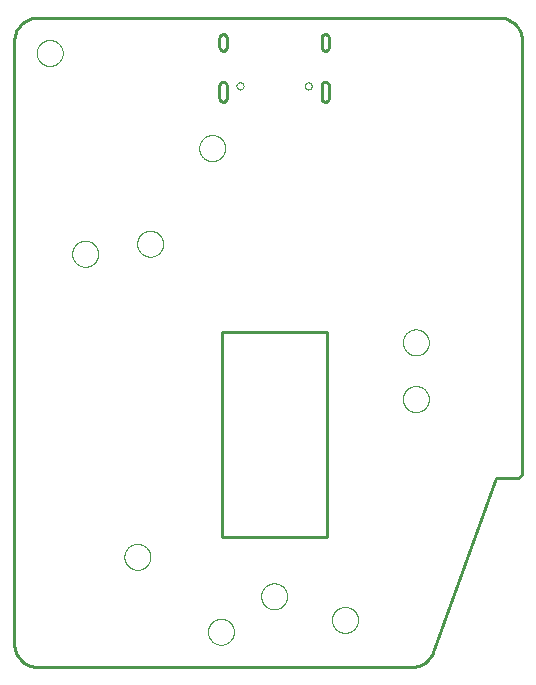
<source format=gko>
G04 EAGLE Gerber RS-274X export*
G75*
%MOMM*%
%FSLAX34Y34*%
%LPD*%
%INBoard Outline*%
%IPPOS*%
%AMOC8*
5,1,8,0,0,1.08239X$1,22.5*%
G01*
G04 Define Apertures*
%ADD10C,0.000000*%
%ADD11C,0.127000*%
%ADD12C,0.254000*%
D10*
X-11000Y-140000D02*
X-10997Y-139730D01*
X-10987Y-139460D01*
X-10970Y-139191D01*
X-10947Y-138922D01*
X-10917Y-138653D01*
X-10881Y-138386D01*
X-10838Y-138119D01*
X-10789Y-137854D01*
X-10733Y-137590D01*
X-10670Y-137327D01*
X-10602Y-137066D01*
X-10526Y-136807D01*
X-10445Y-136550D01*
X-10357Y-136294D01*
X-10263Y-136041D01*
X-10163Y-135790D01*
X-10056Y-135542D01*
X-9944Y-135297D01*
X-9825Y-135054D01*
X-9701Y-134815D01*
X-9571Y-134578D01*
X-9435Y-134345D01*
X-9293Y-134115D01*
X-9146Y-133889D01*
X-8993Y-133666D01*
X-8835Y-133447D01*
X-8672Y-133232D01*
X-8503Y-133022D01*
X-8329Y-132815D01*
X-8150Y-132613D01*
X-7967Y-132415D01*
X-7778Y-132222D01*
X-7585Y-132033D01*
X-7387Y-131850D01*
X-7185Y-131671D01*
X-6978Y-131497D01*
X-6768Y-131328D01*
X-6553Y-131165D01*
X-6334Y-131007D01*
X-6111Y-130854D01*
X-5885Y-130707D01*
X-5655Y-130565D01*
X-5422Y-130429D01*
X-5185Y-130299D01*
X-4946Y-130175D01*
X-4703Y-130056D01*
X-4458Y-129944D01*
X-4210Y-129837D01*
X-3959Y-129737D01*
X-3706Y-129643D01*
X-3450Y-129555D01*
X-3193Y-129474D01*
X-2934Y-129398D01*
X-2673Y-129330D01*
X-2410Y-129267D01*
X-2146Y-129211D01*
X-1881Y-129162D01*
X-1614Y-129119D01*
X-1347Y-129083D01*
X-1078Y-129053D01*
X-809Y-129030D01*
X-540Y-129013D01*
X-270Y-129003D01*
X0Y-129000D01*
X270Y-129003D01*
X540Y-129013D01*
X809Y-129030D01*
X1078Y-129053D01*
X1347Y-129083D01*
X1614Y-129119D01*
X1881Y-129162D01*
X2146Y-129211D01*
X2410Y-129267D01*
X2673Y-129330D01*
X2934Y-129398D01*
X3193Y-129474D01*
X3450Y-129555D01*
X3706Y-129643D01*
X3959Y-129737D01*
X4210Y-129837D01*
X4458Y-129944D01*
X4703Y-130056D01*
X4946Y-130175D01*
X5185Y-130299D01*
X5422Y-130429D01*
X5655Y-130565D01*
X5885Y-130707D01*
X6111Y-130854D01*
X6334Y-131007D01*
X6553Y-131165D01*
X6768Y-131328D01*
X6978Y-131497D01*
X7185Y-131671D01*
X7387Y-131850D01*
X7585Y-132033D01*
X7778Y-132222D01*
X7967Y-132415D01*
X8150Y-132613D01*
X8329Y-132815D01*
X8503Y-133022D01*
X8672Y-133232D01*
X8835Y-133447D01*
X8993Y-133666D01*
X9146Y-133889D01*
X9293Y-134115D01*
X9435Y-134345D01*
X9571Y-134578D01*
X9701Y-134815D01*
X9825Y-135054D01*
X9944Y-135297D01*
X10056Y-135542D01*
X10163Y-135790D01*
X10263Y-136041D01*
X10357Y-136294D01*
X10445Y-136550D01*
X10526Y-136807D01*
X10602Y-137066D01*
X10670Y-137327D01*
X10733Y-137590D01*
X10789Y-137854D01*
X10838Y-138119D01*
X10881Y-138386D01*
X10917Y-138653D01*
X10947Y-138922D01*
X10970Y-139191D01*
X10987Y-139460D01*
X10997Y-139730D01*
X11000Y-140000D01*
X10997Y-140270D01*
X10987Y-140540D01*
X10970Y-140809D01*
X10947Y-141078D01*
X10917Y-141347D01*
X10881Y-141614D01*
X10838Y-141881D01*
X10789Y-142146D01*
X10733Y-142410D01*
X10670Y-142673D01*
X10602Y-142934D01*
X10526Y-143193D01*
X10445Y-143450D01*
X10357Y-143706D01*
X10263Y-143959D01*
X10163Y-144210D01*
X10056Y-144458D01*
X9944Y-144703D01*
X9825Y-144946D01*
X9701Y-145185D01*
X9571Y-145422D01*
X9435Y-145655D01*
X9293Y-145885D01*
X9146Y-146111D01*
X8993Y-146334D01*
X8835Y-146553D01*
X8672Y-146768D01*
X8503Y-146978D01*
X8329Y-147185D01*
X8150Y-147387D01*
X7967Y-147585D01*
X7778Y-147778D01*
X7585Y-147967D01*
X7387Y-148150D01*
X7185Y-148329D01*
X6978Y-148503D01*
X6768Y-148672D01*
X6553Y-148835D01*
X6334Y-148993D01*
X6111Y-149146D01*
X5885Y-149293D01*
X5655Y-149435D01*
X5422Y-149571D01*
X5185Y-149701D01*
X4946Y-149825D01*
X4703Y-149944D01*
X4458Y-150056D01*
X4210Y-150163D01*
X3959Y-150263D01*
X3706Y-150357D01*
X3450Y-150445D01*
X3193Y-150526D01*
X2934Y-150602D01*
X2673Y-150670D01*
X2410Y-150733D01*
X2146Y-150789D01*
X1881Y-150838D01*
X1614Y-150881D01*
X1347Y-150917D01*
X1078Y-150947D01*
X809Y-150970D01*
X540Y-150987D01*
X270Y-150997D01*
X0Y-151000D01*
X-270Y-150997D01*
X-540Y-150987D01*
X-809Y-150970D01*
X-1078Y-150947D01*
X-1347Y-150917D01*
X-1614Y-150881D01*
X-1881Y-150838D01*
X-2146Y-150789D01*
X-2410Y-150733D01*
X-2673Y-150670D01*
X-2934Y-150602D01*
X-3193Y-150526D01*
X-3450Y-150445D01*
X-3706Y-150357D01*
X-3959Y-150263D01*
X-4210Y-150163D01*
X-4458Y-150056D01*
X-4703Y-149944D01*
X-4946Y-149825D01*
X-5185Y-149701D01*
X-5422Y-149571D01*
X-5655Y-149435D01*
X-5885Y-149293D01*
X-6111Y-149146D01*
X-6334Y-148993D01*
X-6553Y-148835D01*
X-6768Y-148672D01*
X-6978Y-148503D01*
X-7185Y-148329D01*
X-7387Y-148150D01*
X-7585Y-147967D01*
X-7778Y-147778D01*
X-7967Y-147585D01*
X-8150Y-147387D01*
X-8329Y-147185D01*
X-8503Y-146978D01*
X-8672Y-146768D01*
X-8835Y-146553D01*
X-8993Y-146334D01*
X-9146Y-146111D01*
X-9293Y-145885D01*
X-9435Y-145655D01*
X-9571Y-145422D01*
X-9701Y-145185D01*
X-9825Y-144946D01*
X-9944Y-144703D01*
X-10056Y-144458D01*
X-10163Y-144210D01*
X-10263Y-143959D01*
X-10357Y-143706D01*
X-10445Y-143450D01*
X-10526Y-143193D01*
X-10602Y-142934D01*
X-10670Y-142673D01*
X-10733Y-142410D01*
X-10789Y-142146D01*
X-10838Y-141881D01*
X-10881Y-141614D01*
X-10917Y-141347D01*
X-10947Y-141078D01*
X-10970Y-140809D01*
X-10987Y-140540D01*
X-10997Y-140270D01*
X-11000Y-140000D01*
X-116000Y158500D02*
X-115997Y158770D01*
X-115987Y159040D01*
X-115970Y159309D01*
X-115947Y159578D01*
X-115917Y159847D01*
X-115881Y160114D01*
X-115838Y160381D01*
X-115789Y160646D01*
X-115733Y160910D01*
X-115670Y161173D01*
X-115602Y161434D01*
X-115526Y161693D01*
X-115445Y161950D01*
X-115357Y162206D01*
X-115263Y162459D01*
X-115163Y162710D01*
X-115056Y162958D01*
X-114944Y163203D01*
X-114825Y163446D01*
X-114701Y163685D01*
X-114571Y163922D01*
X-114435Y164155D01*
X-114293Y164385D01*
X-114146Y164611D01*
X-113993Y164834D01*
X-113835Y165053D01*
X-113672Y165268D01*
X-113503Y165478D01*
X-113329Y165685D01*
X-113150Y165887D01*
X-112967Y166085D01*
X-112778Y166278D01*
X-112585Y166467D01*
X-112387Y166650D01*
X-112185Y166829D01*
X-111978Y167003D01*
X-111768Y167172D01*
X-111553Y167335D01*
X-111334Y167493D01*
X-111111Y167646D01*
X-110885Y167793D01*
X-110655Y167935D01*
X-110422Y168071D01*
X-110185Y168201D01*
X-109946Y168325D01*
X-109703Y168444D01*
X-109458Y168556D01*
X-109210Y168663D01*
X-108959Y168763D01*
X-108706Y168857D01*
X-108450Y168945D01*
X-108193Y169026D01*
X-107934Y169102D01*
X-107673Y169170D01*
X-107410Y169233D01*
X-107146Y169289D01*
X-106881Y169338D01*
X-106614Y169381D01*
X-106347Y169417D01*
X-106078Y169447D01*
X-105809Y169470D01*
X-105540Y169487D01*
X-105270Y169497D01*
X-105000Y169500D01*
X-104730Y169497D01*
X-104460Y169487D01*
X-104191Y169470D01*
X-103922Y169447D01*
X-103653Y169417D01*
X-103386Y169381D01*
X-103119Y169338D01*
X-102854Y169289D01*
X-102590Y169233D01*
X-102327Y169170D01*
X-102066Y169102D01*
X-101807Y169026D01*
X-101550Y168945D01*
X-101294Y168857D01*
X-101041Y168763D01*
X-100790Y168663D01*
X-100542Y168556D01*
X-100297Y168444D01*
X-100054Y168325D01*
X-99815Y168201D01*
X-99578Y168071D01*
X-99345Y167935D01*
X-99115Y167793D01*
X-98889Y167646D01*
X-98666Y167493D01*
X-98447Y167335D01*
X-98232Y167172D01*
X-98022Y167003D01*
X-97815Y166829D01*
X-97613Y166650D01*
X-97415Y166467D01*
X-97222Y166278D01*
X-97033Y166085D01*
X-96850Y165887D01*
X-96671Y165685D01*
X-96497Y165478D01*
X-96328Y165268D01*
X-96165Y165053D01*
X-96007Y164834D01*
X-95854Y164611D01*
X-95707Y164385D01*
X-95565Y164155D01*
X-95429Y163922D01*
X-95299Y163685D01*
X-95175Y163446D01*
X-95056Y163203D01*
X-94944Y162958D01*
X-94837Y162710D01*
X-94737Y162459D01*
X-94643Y162206D01*
X-94555Y161950D01*
X-94474Y161693D01*
X-94398Y161434D01*
X-94330Y161173D01*
X-94267Y160910D01*
X-94211Y160646D01*
X-94162Y160381D01*
X-94119Y160114D01*
X-94083Y159847D01*
X-94053Y159578D01*
X-94030Y159309D01*
X-94013Y159040D01*
X-94003Y158770D01*
X-94000Y158500D01*
X-94003Y158230D01*
X-94013Y157960D01*
X-94030Y157691D01*
X-94053Y157422D01*
X-94083Y157153D01*
X-94119Y156886D01*
X-94162Y156619D01*
X-94211Y156354D01*
X-94267Y156090D01*
X-94330Y155827D01*
X-94398Y155566D01*
X-94474Y155307D01*
X-94555Y155050D01*
X-94643Y154794D01*
X-94737Y154541D01*
X-94837Y154290D01*
X-94944Y154042D01*
X-95056Y153797D01*
X-95175Y153554D01*
X-95299Y153315D01*
X-95429Y153078D01*
X-95565Y152845D01*
X-95707Y152615D01*
X-95854Y152389D01*
X-96007Y152166D01*
X-96165Y151947D01*
X-96328Y151732D01*
X-96497Y151522D01*
X-96671Y151315D01*
X-96850Y151113D01*
X-97033Y150915D01*
X-97222Y150722D01*
X-97415Y150533D01*
X-97613Y150350D01*
X-97815Y150171D01*
X-98022Y149997D01*
X-98232Y149828D01*
X-98447Y149665D01*
X-98666Y149507D01*
X-98889Y149354D01*
X-99115Y149207D01*
X-99345Y149065D01*
X-99578Y148929D01*
X-99815Y148799D01*
X-100054Y148675D01*
X-100297Y148556D01*
X-100542Y148444D01*
X-100790Y148337D01*
X-101041Y148237D01*
X-101294Y148143D01*
X-101550Y148055D01*
X-101807Y147974D01*
X-102066Y147898D01*
X-102327Y147830D01*
X-102590Y147767D01*
X-102854Y147711D01*
X-103119Y147662D01*
X-103386Y147619D01*
X-103653Y147583D01*
X-103922Y147553D01*
X-104191Y147530D01*
X-104460Y147513D01*
X-104730Y147503D01*
X-105000Y147500D01*
X-105270Y147503D01*
X-105540Y147513D01*
X-105809Y147530D01*
X-106078Y147553D01*
X-106347Y147583D01*
X-106614Y147619D01*
X-106881Y147662D01*
X-107146Y147711D01*
X-107410Y147767D01*
X-107673Y147830D01*
X-107934Y147898D01*
X-108193Y147974D01*
X-108450Y148055D01*
X-108706Y148143D01*
X-108959Y148237D01*
X-109210Y148337D01*
X-109458Y148444D01*
X-109703Y148556D01*
X-109946Y148675D01*
X-110185Y148799D01*
X-110422Y148929D01*
X-110655Y149065D01*
X-110885Y149207D01*
X-111111Y149354D01*
X-111334Y149507D01*
X-111553Y149665D01*
X-111768Y149828D01*
X-111978Y149997D01*
X-112185Y150171D01*
X-112387Y150350D01*
X-112585Y150533D01*
X-112778Y150722D01*
X-112967Y150915D01*
X-113150Y151113D01*
X-113329Y151315D01*
X-113503Y151522D01*
X-113672Y151732D01*
X-113835Y151947D01*
X-113993Y152166D01*
X-114146Y152389D01*
X-114293Y152615D01*
X-114435Y152845D01*
X-114571Y153078D01*
X-114701Y153315D01*
X-114825Y153554D01*
X-114944Y153797D01*
X-115056Y154042D01*
X-115163Y154290D01*
X-115263Y154541D01*
X-115357Y154794D01*
X-115445Y155050D01*
X-115526Y155307D01*
X-115602Y155566D01*
X-115670Y155827D01*
X-115733Y156090D01*
X-115789Y156354D01*
X-115838Y156619D01*
X-115881Y156886D01*
X-115917Y157153D01*
X-115947Y157422D01*
X-115970Y157691D01*
X-115987Y157960D01*
X-115997Y158230D01*
X-116000Y158500D01*
X-171000Y150000D02*
X-170997Y150270D01*
X-170987Y150540D01*
X-170970Y150809D01*
X-170947Y151078D01*
X-170917Y151347D01*
X-170881Y151614D01*
X-170838Y151881D01*
X-170789Y152146D01*
X-170733Y152410D01*
X-170670Y152673D01*
X-170602Y152934D01*
X-170526Y153193D01*
X-170445Y153450D01*
X-170357Y153706D01*
X-170263Y153959D01*
X-170163Y154210D01*
X-170056Y154458D01*
X-169944Y154703D01*
X-169825Y154946D01*
X-169701Y155185D01*
X-169571Y155422D01*
X-169435Y155655D01*
X-169293Y155885D01*
X-169146Y156111D01*
X-168993Y156334D01*
X-168835Y156553D01*
X-168672Y156768D01*
X-168503Y156978D01*
X-168329Y157185D01*
X-168150Y157387D01*
X-167967Y157585D01*
X-167778Y157778D01*
X-167585Y157967D01*
X-167387Y158150D01*
X-167185Y158329D01*
X-166978Y158503D01*
X-166768Y158672D01*
X-166553Y158835D01*
X-166334Y158993D01*
X-166111Y159146D01*
X-165885Y159293D01*
X-165655Y159435D01*
X-165422Y159571D01*
X-165185Y159701D01*
X-164946Y159825D01*
X-164703Y159944D01*
X-164458Y160056D01*
X-164210Y160163D01*
X-163959Y160263D01*
X-163706Y160357D01*
X-163450Y160445D01*
X-163193Y160526D01*
X-162934Y160602D01*
X-162673Y160670D01*
X-162410Y160733D01*
X-162146Y160789D01*
X-161881Y160838D01*
X-161614Y160881D01*
X-161347Y160917D01*
X-161078Y160947D01*
X-160809Y160970D01*
X-160540Y160987D01*
X-160270Y160997D01*
X-160000Y161000D01*
X-159730Y160997D01*
X-159460Y160987D01*
X-159191Y160970D01*
X-158922Y160947D01*
X-158653Y160917D01*
X-158386Y160881D01*
X-158119Y160838D01*
X-157854Y160789D01*
X-157590Y160733D01*
X-157327Y160670D01*
X-157066Y160602D01*
X-156807Y160526D01*
X-156550Y160445D01*
X-156294Y160357D01*
X-156041Y160263D01*
X-155790Y160163D01*
X-155542Y160056D01*
X-155297Y159944D01*
X-155054Y159825D01*
X-154815Y159701D01*
X-154578Y159571D01*
X-154345Y159435D01*
X-154115Y159293D01*
X-153889Y159146D01*
X-153666Y158993D01*
X-153447Y158835D01*
X-153232Y158672D01*
X-153022Y158503D01*
X-152815Y158329D01*
X-152613Y158150D01*
X-152415Y157967D01*
X-152222Y157778D01*
X-152033Y157585D01*
X-151850Y157387D01*
X-151671Y157185D01*
X-151497Y156978D01*
X-151328Y156768D01*
X-151165Y156553D01*
X-151007Y156334D01*
X-150854Y156111D01*
X-150707Y155885D01*
X-150565Y155655D01*
X-150429Y155422D01*
X-150299Y155185D01*
X-150175Y154946D01*
X-150056Y154703D01*
X-149944Y154458D01*
X-149837Y154210D01*
X-149737Y153959D01*
X-149643Y153706D01*
X-149555Y153450D01*
X-149474Y153193D01*
X-149398Y152934D01*
X-149330Y152673D01*
X-149267Y152410D01*
X-149211Y152146D01*
X-149162Y151881D01*
X-149119Y151614D01*
X-149083Y151347D01*
X-149053Y151078D01*
X-149030Y150809D01*
X-149013Y150540D01*
X-149003Y150270D01*
X-149000Y150000D01*
X-149003Y149730D01*
X-149013Y149460D01*
X-149030Y149191D01*
X-149053Y148922D01*
X-149083Y148653D01*
X-149119Y148386D01*
X-149162Y148119D01*
X-149211Y147854D01*
X-149267Y147590D01*
X-149330Y147327D01*
X-149398Y147066D01*
X-149474Y146807D01*
X-149555Y146550D01*
X-149643Y146294D01*
X-149737Y146041D01*
X-149837Y145790D01*
X-149944Y145542D01*
X-150056Y145297D01*
X-150175Y145054D01*
X-150299Y144815D01*
X-150429Y144578D01*
X-150565Y144345D01*
X-150707Y144115D01*
X-150854Y143889D01*
X-151007Y143666D01*
X-151165Y143447D01*
X-151328Y143232D01*
X-151497Y143022D01*
X-151671Y142815D01*
X-151850Y142613D01*
X-152033Y142415D01*
X-152222Y142222D01*
X-152415Y142033D01*
X-152613Y141850D01*
X-152815Y141671D01*
X-153022Y141497D01*
X-153232Y141328D01*
X-153447Y141165D01*
X-153666Y141007D01*
X-153889Y140854D01*
X-154115Y140707D01*
X-154345Y140565D01*
X-154578Y140429D01*
X-154815Y140299D01*
X-155054Y140175D01*
X-155297Y140056D01*
X-155542Y139944D01*
X-155790Y139837D01*
X-156041Y139737D01*
X-156294Y139643D01*
X-156550Y139555D01*
X-156807Y139474D01*
X-157066Y139398D01*
X-157327Y139330D01*
X-157590Y139267D01*
X-157854Y139211D01*
X-158119Y139162D01*
X-158386Y139119D01*
X-158653Y139083D01*
X-158922Y139053D01*
X-159191Y139030D01*
X-159460Y139013D01*
X-159730Y139003D01*
X-160000Y139000D01*
X-160270Y139003D01*
X-160540Y139013D01*
X-160809Y139030D01*
X-161078Y139053D01*
X-161347Y139083D01*
X-161614Y139119D01*
X-161881Y139162D01*
X-162146Y139211D01*
X-162410Y139267D01*
X-162673Y139330D01*
X-162934Y139398D01*
X-163193Y139474D01*
X-163450Y139555D01*
X-163706Y139643D01*
X-163959Y139737D01*
X-164210Y139837D01*
X-164458Y139944D01*
X-164703Y140056D01*
X-164946Y140175D01*
X-165185Y140299D01*
X-165422Y140429D01*
X-165655Y140565D01*
X-165885Y140707D01*
X-166111Y140854D01*
X-166334Y141007D01*
X-166553Y141165D01*
X-166768Y141328D01*
X-166978Y141497D01*
X-167185Y141671D01*
X-167387Y141850D01*
X-167585Y142033D01*
X-167778Y142222D01*
X-167967Y142415D01*
X-168150Y142613D01*
X-168329Y142815D01*
X-168503Y143022D01*
X-168672Y143232D01*
X-168835Y143447D01*
X-168993Y143666D01*
X-169146Y143889D01*
X-169293Y144115D01*
X-169435Y144345D01*
X-169571Y144578D01*
X-169701Y144815D01*
X-169825Y145054D01*
X-169944Y145297D01*
X-170056Y145542D01*
X-170163Y145790D01*
X-170263Y146041D01*
X-170357Y146294D01*
X-170445Y146550D01*
X-170526Y146807D01*
X-170602Y147066D01*
X-170670Y147327D01*
X-170733Y147590D01*
X-170789Y147854D01*
X-170838Y148119D01*
X-170881Y148386D01*
X-170917Y148653D01*
X-170947Y148922D01*
X-170970Y149191D01*
X-170987Y149460D01*
X-170997Y149730D01*
X-171000Y150000D01*
X-201000Y320000D02*
X-200997Y320270D01*
X-200987Y320540D01*
X-200970Y320809D01*
X-200947Y321078D01*
X-200917Y321347D01*
X-200881Y321614D01*
X-200838Y321881D01*
X-200789Y322146D01*
X-200733Y322410D01*
X-200670Y322673D01*
X-200602Y322934D01*
X-200526Y323193D01*
X-200445Y323450D01*
X-200357Y323706D01*
X-200263Y323959D01*
X-200163Y324210D01*
X-200056Y324458D01*
X-199944Y324703D01*
X-199825Y324946D01*
X-199701Y325185D01*
X-199571Y325422D01*
X-199435Y325655D01*
X-199293Y325885D01*
X-199146Y326111D01*
X-198993Y326334D01*
X-198835Y326553D01*
X-198672Y326768D01*
X-198503Y326978D01*
X-198329Y327185D01*
X-198150Y327387D01*
X-197967Y327585D01*
X-197778Y327778D01*
X-197585Y327967D01*
X-197387Y328150D01*
X-197185Y328329D01*
X-196978Y328503D01*
X-196768Y328672D01*
X-196553Y328835D01*
X-196334Y328993D01*
X-196111Y329146D01*
X-195885Y329293D01*
X-195655Y329435D01*
X-195422Y329571D01*
X-195185Y329701D01*
X-194946Y329825D01*
X-194703Y329944D01*
X-194458Y330056D01*
X-194210Y330163D01*
X-193959Y330263D01*
X-193706Y330357D01*
X-193450Y330445D01*
X-193193Y330526D01*
X-192934Y330602D01*
X-192673Y330670D01*
X-192410Y330733D01*
X-192146Y330789D01*
X-191881Y330838D01*
X-191614Y330881D01*
X-191347Y330917D01*
X-191078Y330947D01*
X-190809Y330970D01*
X-190540Y330987D01*
X-190270Y330997D01*
X-190000Y331000D01*
X-189730Y330997D01*
X-189460Y330987D01*
X-189191Y330970D01*
X-188922Y330947D01*
X-188653Y330917D01*
X-188386Y330881D01*
X-188119Y330838D01*
X-187854Y330789D01*
X-187590Y330733D01*
X-187327Y330670D01*
X-187066Y330602D01*
X-186807Y330526D01*
X-186550Y330445D01*
X-186294Y330357D01*
X-186041Y330263D01*
X-185790Y330163D01*
X-185542Y330056D01*
X-185297Y329944D01*
X-185054Y329825D01*
X-184815Y329701D01*
X-184578Y329571D01*
X-184345Y329435D01*
X-184115Y329293D01*
X-183889Y329146D01*
X-183666Y328993D01*
X-183447Y328835D01*
X-183232Y328672D01*
X-183022Y328503D01*
X-182815Y328329D01*
X-182613Y328150D01*
X-182415Y327967D01*
X-182222Y327778D01*
X-182033Y327585D01*
X-181850Y327387D01*
X-181671Y327185D01*
X-181497Y326978D01*
X-181328Y326768D01*
X-181165Y326553D01*
X-181007Y326334D01*
X-180854Y326111D01*
X-180707Y325885D01*
X-180565Y325655D01*
X-180429Y325422D01*
X-180299Y325185D01*
X-180175Y324946D01*
X-180056Y324703D01*
X-179944Y324458D01*
X-179837Y324210D01*
X-179737Y323959D01*
X-179643Y323706D01*
X-179555Y323450D01*
X-179474Y323193D01*
X-179398Y322934D01*
X-179330Y322673D01*
X-179267Y322410D01*
X-179211Y322146D01*
X-179162Y321881D01*
X-179119Y321614D01*
X-179083Y321347D01*
X-179053Y321078D01*
X-179030Y320809D01*
X-179013Y320540D01*
X-179003Y320270D01*
X-179000Y320000D01*
X-179003Y319730D01*
X-179013Y319460D01*
X-179030Y319191D01*
X-179053Y318922D01*
X-179083Y318653D01*
X-179119Y318386D01*
X-179162Y318119D01*
X-179211Y317854D01*
X-179267Y317590D01*
X-179330Y317327D01*
X-179398Y317066D01*
X-179474Y316807D01*
X-179555Y316550D01*
X-179643Y316294D01*
X-179737Y316041D01*
X-179837Y315790D01*
X-179944Y315542D01*
X-180056Y315297D01*
X-180175Y315054D01*
X-180299Y314815D01*
X-180429Y314578D01*
X-180565Y314345D01*
X-180707Y314115D01*
X-180854Y313889D01*
X-181007Y313666D01*
X-181165Y313447D01*
X-181328Y313232D01*
X-181497Y313022D01*
X-181671Y312815D01*
X-181850Y312613D01*
X-182033Y312415D01*
X-182222Y312222D01*
X-182415Y312033D01*
X-182613Y311850D01*
X-182815Y311671D01*
X-183022Y311497D01*
X-183232Y311328D01*
X-183447Y311165D01*
X-183666Y311007D01*
X-183889Y310854D01*
X-184115Y310707D01*
X-184345Y310565D01*
X-184578Y310429D01*
X-184815Y310299D01*
X-185054Y310175D01*
X-185297Y310056D01*
X-185542Y309944D01*
X-185790Y309837D01*
X-186041Y309737D01*
X-186294Y309643D01*
X-186550Y309555D01*
X-186807Y309474D01*
X-187066Y309398D01*
X-187327Y309330D01*
X-187590Y309267D01*
X-187854Y309211D01*
X-188119Y309162D01*
X-188386Y309119D01*
X-188653Y309083D01*
X-188922Y309053D01*
X-189191Y309030D01*
X-189460Y309013D01*
X-189730Y309003D01*
X-190000Y309000D01*
X-190270Y309003D01*
X-190540Y309013D01*
X-190809Y309030D01*
X-191078Y309053D01*
X-191347Y309083D01*
X-191614Y309119D01*
X-191881Y309162D01*
X-192146Y309211D01*
X-192410Y309267D01*
X-192673Y309330D01*
X-192934Y309398D01*
X-193193Y309474D01*
X-193450Y309555D01*
X-193706Y309643D01*
X-193959Y309737D01*
X-194210Y309837D01*
X-194458Y309944D01*
X-194703Y310056D01*
X-194946Y310175D01*
X-195185Y310299D01*
X-195422Y310429D01*
X-195655Y310565D01*
X-195885Y310707D01*
X-196111Y310854D01*
X-196334Y311007D01*
X-196553Y311165D01*
X-196768Y311328D01*
X-196978Y311497D01*
X-197185Y311671D01*
X-197387Y311850D01*
X-197585Y312033D01*
X-197778Y312222D01*
X-197967Y312415D01*
X-198150Y312613D01*
X-198329Y312815D01*
X-198503Y313022D01*
X-198672Y313232D01*
X-198835Y313447D01*
X-198993Y313666D01*
X-199146Y313889D01*
X-199293Y314115D01*
X-199435Y314345D01*
X-199571Y314578D01*
X-199701Y314815D01*
X-199825Y315054D01*
X-199944Y315297D01*
X-200056Y315542D01*
X-200163Y315790D01*
X-200263Y316041D01*
X-200357Y316294D01*
X-200445Y316550D01*
X-200526Y316807D01*
X-200602Y317066D01*
X-200670Y317327D01*
X-200733Y317590D01*
X-200789Y317854D01*
X-200838Y318119D01*
X-200881Y318386D01*
X-200917Y318653D01*
X-200947Y318922D01*
X-200970Y319191D01*
X-200987Y319460D01*
X-200997Y319730D01*
X-201000Y320000D01*
X-126800Y-106600D02*
X-126797Y-106330D01*
X-126787Y-106060D01*
X-126770Y-105791D01*
X-126747Y-105522D01*
X-126717Y-105253D01*
X-126681Y-104986D01*
X-126638Y-104719D01*
X-126589Y-104454D01*
X-126533Y-104190D01*
X-126470Y-103927D01*
X-126402Y-103666D01*
X-126326Y-103407D01*
X-126245Y-103150D01*
X-126157Y-102894D01*
X-126063Y-102641D01*
X-125963Y-102390D01*
X-125856Y-102142D01*
X-125744Y-101897D01*
X-125625Y-101654D01*
X-125501Y-101415D01*
X-125371Y-101178D01*
X-125235Y-100945D01*
X-125093Y-100715D01*
X-124946Y-100489D01*
X-124793Y-100266D01*
X-124635Y-100047D01*
X-124472Y-99832D01*
X-124303Y-99622D01*
X-124129Y-99415D01*
X-123950Y-99213D01*
X-123767Y-99015D01*
X-123578Y-98822D01*
X-123385Y-98633D01*
X-123187Y-98450D01*
X-122985Y-98271D01*
X-122778Y-98097D01*
X-122568Y-97928D01*
X-122353Y-97765D01*
X-122134Y-97607D01*
X-121911Y-97454D01*
X-121685Y-97307D01*
X-121455Y-97165D01*
X-121222Y-97029D01*
X-120985Y-96899D01*
X-120746Y-96775D01*
X-120503Y-96656D01*
X-120258Y-96544D01*
X-120010Y-96437D01*
X-119759Y-96337D01*
X-119506Y-96243D01*
X-119250Y-96155D01*
X-118993Y-96074D01*
X-118734Y-95998D01*
X-118473Y-95930D01*
X-118210Y-95867D01*
X-117946Y-95811D01*
X-117681Y-95762D01*
X-117414Y-95719D01*
X-117147Y-95683D01*
X-116878Y-95653D01*
X-116609Y-95630D01*
X-116340Y-95613D01*
X-116070Y-95603D01*
X-115800Y-95600D01*
X-115530Y-95603D01*
X-115260Y-95613D01*
X-114991Y-95630D01*
X-114722Y-95653D01*
X-114453Y-95683D01*
X-114186Y-95719D01*
X-113919Y-95762D01*
X-113654Y-95811D01*
X-113390Y-95867D01*
X-113127Y-95930D01*
X-112866Y-95998D01*
X-112607Y-96074D01*
X-112350Y-96155D01*
X-112094Y-96243D01*
X-111841Y-96337D01*
X-111590Y-96437D01*
X-111342Y-96544D01*
X-111097Y-96656D01*
X-110854Y-96775D01*
X-110615Y-96899D01*
X-110378Y-97029D01*
X-110145Y-97165D01*
X-109915Y-97307D01*
X-109689Y-97454D01*
X-109466Y-97607D01*
X-109247Y-97765D01*
X-109032Y-97928D01*
X-108822Y-98097D01*
X-108615Y-98271D01*
X-108413Y-98450D01*
X-108215Y-98633D01*
X-108022Y-98822D01*
X-107833Y-99015D01*
X-107650Y-99213D01*
X-107471Y-99415D01*
X-107297Y-99622D01*
X-107128Y-99832D01*
X-106965Y-100047D01*
X-106807Y-100266D01*
X-106654Y-100489D01*
X-106507Y-100715D01*
X-106365Y-100945D01*
X-106229Y-101178D01*
X-106099Y-101415D01*
X-105975Y-101654D01*
X-105856Y-101897D01*
X-105744Y-102142D01*
X-105637Y-102390D01*
X-105537Y-102641D01*
X-105443Y-102894D01*
X-105355Y-103150D01*
X-105274Y-103407D01*
X-105198Y-103666D01*
X-105130Y-103927D01*
X-105067Y-104190D01*
X-105011Y-104454D01*
X-104962Y-104719D01*
X-104919Y-104986D01*
X-104883Y-105253D01*
X-104853Y-105522D01*
X-104830Y-105791D01*
X-104813Y-106060D01*
X-104803Y-106330D01*
X-104800Y-106600D01*
X-104803Y-106870D01*
X-104813Y-107140D01*
X-104830Y-107409D01*
X-104853Y-107678D01*
X-104883Y-107947D01*
X-104919Y-108214D01*
X-104962Y-108481D01*
X-105011Y-108746D01*
X-105067Y-109010D01*
X-105130Y-109273D01*
X-105198Y-109534D01*
X-105274Y-109793D01*
X-105355Y-110050D01*
X-105443Y-110306D01*
X-105537Y-110559D01*
X-105637Y-110810D01*
X-105744Y-111058D01*
X-105856Y-111303D01*
X-105975Y-111546D01*
X-106099Y-111785D01*
X-106229Y-112022D01*
X-106365Y-112255D01*
X-106507Y-112485D01*
X-106654Y-112711D01*
X-106807Y-112934D01*
X-106965Y-113153D01*
X-107128Y-113368D01*
X-107297Y-113578D01*
X-107471Y-113785D01*
X-107650Y-113987D01*
X-107833Y-114185D01*
X-108022Y-114378D01*
X-108215Y-114567D01*
X-108413Y-114750D01*
X-108615Y-114929D01*
X-108822Y-115103D01*
X-109032Y-115272D01*
X-109247Y-115435D01*
X-109466Y-115593D01*
X-109689Y-115746D01*
X-109915Y-115893D01*
X-110145Y-116035D01*
X-110378Y-116171D01*
X-110615Y-116301D01*
X-110854Y-116425D01*
X-111097Y-116544D01*
X-111342Y-116656D01*
X-111590Y-116763D01*
X-111841Y-116863D01*
X-112094Y-116957D01*
X-112350Y-117045D01*
X-112607Y-117126D01*
X-112866Y-117202D01*
X-113127Y-117270D01*
X-113390Y-117333D01*
X-113654Y-117389D01*
X-113919Y-117438D01*
X-114186Y-117481D01*
X-114453Y-117517D01*
X-114722Y-117547D01*
X-114991Y-117570D01*
X-115260Y-117587D01*
X-115530Y-117597D01*
X-115800Y-117600D01*
X-116070Y-117597D01*
X-116340Y-117587D01*
X-116609Y-117570D01*
X-116878Y-117547D01*
X-117147Y-117517D01*
X-117414Y-117481D01*
X-117681Y-117438D01*
X-117946Y-117389D01*
X-118210Y-117333D01*
X-118473Y-117270D01*
X-118734Y-117202D01*
X-118993Y-117126D01*
X-119250Y-117045D01*
X-119506Y-116957D01*
X-119759Y-116863D01*
X-120010Y-116763D01*
X-120258Y-116656D01*
X-120503Y-116544D01*
X-120746Y-116425D01*
X-120985Y-116301D01*
X-121222Y-116171D01*
X-121455Y-116035D01*
X-121685Y-115893D01*
X-121911Y-115746D01*
X-122134Y-115593D01*
X-122353Y-115435D01*
X-122568Y-115272D01*
X-122778Y-115103D01*
X-122985Y-114929D01*
X-123187Y-114750D01*
X-123385Y-114567D01*
X-123578Y-114378D01*
X-123767Y-114185D01*
X-123950Y-113987D01*
X-124129Y-113785D01*
X-124303Y-113578D01*
X-124472Y-113368D01*
X-124635Y-113153D01*
X-124793Y-112934D01*
X-124946Y-112711D01*
X-125093Y-112485D01*
X-125235Y-112255D01*
X-125371Y-112022D01*
X-125501Y-111785D01*
X-125625Y-111546D01*
X-125744Y-111303D01*
X-125856Y-111058D01*
X-125963Y-110810D01*
X-126063Y-110559D01*
X-126157Y-110306D01*
X-126245Y-110050D01*
X-126326Y-109793D01*
X-126402Y-109534D01*
X-126470Y-109273D01*
X-126533Y-109010D01*
X-126589Y-108746D01*
X-126638Y-108481D01*
X-126681Y-108214D01*
X-126717Y-107947D01*
X-126747Y-107678D01*
X-126770Y-107409D01*
X-126787Y-107140D01*
X-126797Y-106870D01*
X-126800Y-106600D01*
X49000Y-160000D02*
X49003Y-159730D01*
X49013Y-159460D01*
X49030Y-159191D01*
X49053Y-158922D01*
X49083Y-158653D01*
X49119Y-158386D01*
X49162Y-158119D01*
X49211Y-157854D01*
X49267Y-157590D01*
X49330Y-157327D01*
X49398Y-157066D01*
X49474Y-156807D01*
X49555Y-156550D01*
X49643Y-156294D01*
X49737Y-156041D01*
X49837Y-155790D01*
X49944Y-155542D01*
X50056Y-155297D01*
X50175Y-155054D01*
X50299Y-154815D01*
X50429Y-154578D01*
X50565Y-154345D01*
X50707Y-154115D01*
X50854Y-153889D01*
X51007Y-153666D01*
X51165Y-153447D01*
X51328Y-153232D01*
X51497Y-153022D01*
X51671Y-152815D01*
X51850Y-152613D01*
X52033Y-152415D01*
X52222Y-152222D01*
X52415Y-152033D01*
X52613Y-151850D01*
X52815Y-151671D01*
X53022Y-151497D01*
X53232Y-151328D01*
X53447Y-151165D01*
X53666Y-151007D01*
X53889Y-150854D01*
X54115Y-150707D01*
X54345Y-150565D01*
X54578Y-150429D01*
X54815Y-150299D01*
X55054Y-150175D01*
X55297Y-150056D01*
X55542Y-149944D01*
X55790Y-149837D01*
X56041Y-149737D01*
X56294Y-149643D01*
X56550Y-149555D01*
X56807Y-149474D01*
X57066Y-149398D01*
X57327Y-149330D01*
X57590Y-149267D01*
X57854Y-149211D01*
X58119Y-149162D01*
X58386Y-149119D01*
X58653Y-149083D01*
X58922Y-149053D01*
X59191Y-149030D01*
X59460Y-149013D01*
X59730Y-149003D01*
X60000Y-149000D01*
X60270Y-149003D01*
X60540Y-149013D01*
X60809Y-149030D01*
X61078Y-149053D01*
X61347Y-149083D01*
X61614Y-149119D01*
X61881Y-149162D01*
X62146Y-149211D01*
X62410Y-149267D01*
X62673Y-149330D01*
X62934Y-149398D01*
X63193Y-149474D01*
X63450Y-149555D01*
X63706Y-149643D01*
X63959Y-149737D01*
X64210Y-149837D01*
X64458Y-149944D01*
X64703Y-150056D01*
X64946Y-150175D01*
X65185Y-150299D01*
X65422Y-150429D01*
X65655Y-150565D01*
X65885Y-150707D01*
X66111Y-150854D01*
X66334Y-151007D01*
X66553Y-151165D01*
X66768Y-151328D01*
X66978Y-151497D01*
X67185Y-151671D01*
X67387Y-151850D01*
X67585Y-152033D01*
X67778Y-152222D01*
X67967Y-152415D01*
X68150Y-152613D01*
X68329Y-152815D01*
X68503Y-153022D01*
X68672Y-153232D01*
X68835Y-153447D01*
X68993Y-153666D01*
X69146Y-153889D01*
X69293Y-154115D01*
X69435Y-154345D01*
X69571Y-154578D01*
X69701Y-154815D01*
X69825Y-155054D01*
X69944Y-155297D01*
X70056Y-155542D01*
X70163Y-155790D01*
X70263Y-156041D01*
X70357Y-156294D01*
X70445Y-156550D01*
X70526Y-156807D01*
X70602Y-157066D01*
X70670Y-157327D01*
X70733Y-157590D01*
X70789Y-157854D01*
X70838Y-158119D01*
X70881Y-158386D01*
X70917Y-158653D01*
X70947Y-158922D01*
X70970Y-159191D01*
X70987Y-159460D01*
X70997Y-159730D01*
X71000Y-160000D01*
X70997Y-160270D01*
X70987Y-160540D01*
X70970Y-160809D01*
X70947Y-161078D01*
X70917Y-161347D01*
X70881Y-161614D01*
X70838Y-161881D01*
X70789Y-162146D01*
X70733Y-162410D01*
X70670Y-162673D01*
X70602Y-162934D01*
X70526Y-163193D01*
X70445Y-163450D01*
X70357Y-163706D01*
X70263Y-163959D01*
X70163Y-164210D01*
X70056Y-164458D01*
X69944Y-164703D01*
X69825Y-164946D01*
X69701Y-165185D01*
X69571Y-165422D01*
X69435Y-165655D01*
X69293Y-165885D01*
X69146Y-166111D01*
X68993Y-166334D01*
X68835Y-166553D01*
X68672Y-166768D01*
X68503Y-166978D01*
X68329Y-167185D01*
X68150Y-167387D01*
X67967Y-167585D01*
X67778Y-167778D01*
X67585Y-167967D01*
X67387Y-168150D01*
X67185Y-168329D01*
X66978Y-168503D01*
X66768Y-168672D01*
X66553Y-168835D01*
X66334Y-168993D01*
X66111Y-169146D01*
X65885Y-169293D01*
X65655Y-169435D01*
X65422Y-169571D01*
X65185Y-169701D01*
X64946Y-169825D01*
X64703Y-169944D01*
X64458Y-170056D01*
X64210Y-170163D01*
X63959Y-170263D01*
X63706Y-170357D01*
X63450Y-170445D01*
X63193Y-170526D01*
X62934Y-170602D01*
X62673Y-170670D01*
X62410Y-170733D01*
X62146Y-170789D01*
X61881Y-170838D01*
X61614Y-170881D01*
X61347Y-170917D01*
X61078Y-170947D01*
X60809Y-170970D01*
X60540Y-170987D01*
X60270Y-170997D01*
X60000Y-171000D01*
X59730Y-170997D01*
X59460Y-170987D01*
X59191Y-170970D01*
X58922Y-170947D01*
X58653Y-170917D01*
X58386Y-170881D01*
X58119Y-170838D01*
X57854Y-170789D01*
X57590Y-170733D01*
X57327Y-170670D01*
X57066Y-170602D01*
X56807Y-170526D01*
X56550Y-170445D01*
X56294Y-170357D01*
X56041Y-170263D01*
X55790Y-170163D01*
X55542Y-170056D01*
X55297Y-169944D01*
X55054Y-169825D01*
X54815Y-169701D01*
X54578Y-169571D01*
X54345Y-169435D01*
X54115Y-169293D01*
X53889Y-169146D01*
X53666Y-168993D01*
X53447Y-168835D01*
X53232Y-168672D01*
X53022Y-168503D01*
X52815Y-168329D01*
X52613Y-168150D01*
X52415Y-167967D01*
X52222Y-167778D01*
X52033Y-167585D01*
X51850Y-167387D01*
X51671Y-167185D01*
X51497Y-166978D01*
X51328Y-166768D01*
X51165Y-166553D01*
X51007Y-166334D01*
X50854Y-166111D01*
X50707Y-165885D01*
X50565Y-165655D01*
X50429Y-165422D01*
X50299Y-165185D01*
X50175Y-164946D01*
X50056Y-164703D01*
X49944Y-164458D01*
X49837Y-164210D01*
X49737Y-163959D01*
X49643Y-163706D01*
X49555Y-163450D01*
X49474Y-163193D01*
X49398Y-162934D01*
X49330Y-162673D01*
X49267Y-162410D01*
X49211Y-162146D01*
X49162Y-161881D01*
X49119Y-161614D01*
X49083Y-161347D01*
X49053Y-161078D01*
X49030Y-160809D01*
X49013Y-160540D01*
X49003Y-160270D01*
X49000Y-160000D01*
X109000Y75000D02*
X109003Y75270D01*
X109013Y75540D01*
X109030Y75809D01*
X109053Y76078D01*
X109083Y76347D01*
X109119Y76614D01*
X109162Y76881D01*
X109211Y77146D01*
X109267Y77410D01*
X109330Y77673D01*
X109398Y77934D01*
X109474Y78193D01*
X109555Y78450D01*
X109643Y78706D01*
X109737Y78959D01*
X109837Y79210D01*
X109944Y79458D01*
X110056Y79703D01*
X110175Y79946D01*
X110299Y80185D01*
X110429Y80422D01*
X110565Y80655D01*
X110707Y80885D01*
X110854Y81111D01*
X111007Y81334D01*
X111165Y81553D01*
X111328Y81768D01*
X111497Y81978D01*
X111671Y82185D01*
X111850Y82387D01*
X112033Y82585D01*
X112222Y82778D01*
X112415Y82967D01*
X112613Y83150D01*
X112815Y83329D01*
X113022Y83503D01*
X113232Y83672D01*
X113447Y83835D01*
X113666Y83993D01*
X113889Y84146D01*
X114115Y84293D01*
X114345Y84435D01*
X114578Y84571D01*
X114815Y84701D01*
X115054Y84825D01*
X115297Y84944D01*
X115542Y85056D01*
X115790Y85163D01*
X116041Y85263D01*
X116294Y85357D01*
X116550Y85445D01*
X116807Y85526D01*
X117066Y85602D01*
X117327Y85670D01*
X117590Y85733D01*
X117854Y85789D01*
X118119Y85838D01*
X118386Y85881D01*
X118653Y85917D01*
X118922Y85947D01*
X119191Y85970D01*
X119460Y85987D01*
X119730Y85997D01*
X120000Y86000D01*
X120270Y85997D01*
X120540Y85987D01*
X120809Y85970D01*
X121078Y85947D01*
X121347Y85917D01*
X121614Y85881D01*
X121881Y85838D01*
X122146Y85789D01*
X122410Y85733D01*
X122673Y85670D01*
X122934Y85602D01*
X123193Y85526D01*
X123450Y85445D01*
X123706Y85357D01*
X123959Y85263D01*
X124210Y85163D01*
X124458Y85056D01*
X124703Y84944D01*
X124946Y84825D01*
X125185Y84701D01*
X125422Y84571D01*
X125655Y84435D01*
X125885Y84293D01*
X126111Y84146D01*
X126334Y83993D01*
X126553Y83835D01*
X126768Y83672D01*
X126978Y83503D01*
X127185Y83329D01*
X127387Y83150D01*
X127585Y82967D01*
X127778Y82778D01*
X127967Y82585D01*
X128150Y82387D01*
X128329Y82185D01*
X128503Y81978D01*
X128672Y81768D01*
X128835Y81553D01*
X128993Y81334D01*
X129146Y81111D01*
X129293Y80885D01*
X129435Y80655D01*
X129571Y80422D01*
X129701Y80185D01*
X129825Y79946D01*
X129944Y79703D01*
X130056Y79458D01*
X130163Y79210D01*
X130263Y78959D01*
X130357Y78706D01*
X130445Y78450D01*
X130526Y78193D01*
X130602Y77934D01*
X130670Y77673D01*
X130733Y77410D01*
X130789Y77146D01*
X130838Y76881D01*
X130881Y76614D01*
X130917Y76347D01*
X130947Y76078D01*
X130970Y75809D01*
X130987Y75540D01*
X130997Y75270D01*
X131000Y75000D01*
X130997Y74730D01*
X130987Y74460D01*
X130970Y74191D01*
X130947Y73922D01*
X130917Y73653D01*
X130881Y73386D01*
X130838Y73119D01*
X130789Y72854D01*
X130733Y72590D01*
X130670Y72327D01*
X130602Y72066D01*
X130526Y71807D01*
X130445Y71550D01*
X130357Y71294D01*
X130263Y71041D01*
X130163Y70790D01*
X130056Y70542D01*
X129944Y70297D01*
X129825Y70054D01*
X129701Y69815D01*
X129571Y69578D01*
X129435Y69345D01*
X129293Y69115D01*
X129146Y68889D01*
X128993Y68666D01*
X128835Y68447D01*
X128672Y68232D01*
X128503Y68022D01*
X128329Y67815D01*
X128150Y67613D01*
X127967Y67415D01*
X127778Y67222D01*
X127585Y67033D01*
X127387Y66850D01*
X127185Y66671D01*
X126978Y66497D01*
X126768Y66328D01*
X126553Y66165D01*
X126334Y66007D01*
X126111Y65854D01*
X125885Y65707D01*
X125655Y65565D01*
X125422Y65429D01*
X125185Y65299D01*
X124946Y65175D01*
X124703Y65056D01*
X124458Y64944D01*
X124210Y64837D01*
X123959Y64737D01*
X123706Y64643D01*
X123450Y64555D01*
X123193Y64474D01*
X122934Y64398D01*
X122673Y64330D01*
X122410Y64267D01*
X122146Y64211D01*
X121881Y64162D01*
X121614Y64119D01*
X121347Y64083D01*
X121078Y64053D01*
X120809Y64030D01*
X120540Y64013D01*
X120270Y64003D01*
X120000Y64000D01*
X119730Y64003D01*
X119460Y64013D01*
X119191Y64030D01*
X118922Y64053D01*
X118653Y64083D01*
X118386Y64119D01*
X118119Y64162D01*
X117854Y64211D01*
X117590Y64267D01*
X117327Y64330D01*
X117066Y64398D01*
X116807Y64474D01*
X116550Y64555D01*
X116294Y64643D01*
X116041Y64737D01*
X115790Y64837D01*
X115542Y64944D01*
X115297Y65056D01*
X115054Y65175D01*
X114815Y65299D01*
X114578Y65429D01*
X114345Y65565D01*
X114115Y65707D01*
X113889Y65854D01*
X113666Y66007D01*
X113447Y66165D01*
X113232Y66328D01*
X113022Y66497D01*
X112815Y66671D01*
X112613Y66850D01*
X112415Y67033D01*
X112222Y67222D01*
X112033Y67415D01*
X111850Y67613D01*
X111671Y67815D01*
X111497Y68022D01*
X111328Y68232D01*
X111165Y68447D01*
X111007Y68666D01*
X110854Y68889D01*
X110707Y69115D01*
X110565Y69345D01*
X110429Y69578D01*
X110299Y69815D01*
X110175Y70054D01*
X110056Y70297D01*
X109944Y70542D01*
X109837Y70790D01*
X109737Y71041D01*
X109643Y71294D01*
X109555Y71550D01*
X109474Y71807D01*
X109398Y72066D01*
X109330Y72327D01*
X109267Y72590D01*
X109211Y72854D01*
X109162Y73119D01*
X109119Y73386D01*
X109083Y73653D01*
X109053Y73922D01*
X109030Y74191D01*
X109013Y74460D01*
X109003Y74730D01*
X109000Y75000D01*
X-63400Y239500D02*
X-63397Y239770D01*
X-63387Y240040D01*
X-63370Y240309D01*
X-63347Y240578D01*
X-63317Y240847D01*
X-63281Y241114D01*
X-63238Y241381D01*
X-63189Y241646D01*
X-63133Y241910D01*
X-63070Y242173D01*
X-63002Y242434D01*
X-62926Y242693D01*
X-62845Y242950D01*
X-62757Y243206D01*
X-62663Y243459D01*
X-62563Y243710D01*
X-62456Y243958D01*
X-62344Y244203D01*
X-62225Y244446D01*
X-62101Y244685D01*
X-61971Y244922D01*
X-61835Y245155D01*
X-61693Y245385D01*
X-61546Y245611D01*
X-61393Y245834D01*
X-61235Y246053D01*
X-61072Y246268D01*
X-60903Y246478D01*
X-60729Y246685D01*
X-60550Y246887D01*
X-60367Y247085D01*
X-60178Y247278D01*
X-59985Y247467D01*
X-59787Y247650D01*
X-59585Y247829D01*
X-59378Y248003D01*
X-59168Y248172D01*
X-58953Y248335D01*
X-58734Y248493D01*
X-58511Y248646D01*
X-58285Y248793D01*
X-58055Y248935D01*
X-57822Y249071D01*
X-57585Y249201D01*
X-57346Y249325D01*
X-57103Y249444D01*
X-56858Y249556D01*
X-56610Y249663D01*
X-56359Y249763D01*
X-56106Y249857D01*
X-55850Y249945D01*
X-55593Y250026D01*
X-55334Y250102D01*
X-55073Y250170D01*
X-54810Y250233D01*
X-54546Y250289D01*
X-54281Y250338D01*
X-54014Y250381D01*
X-53747Y250417D01*
X-53478Y250447D01*
X-53209Y250470D01*
X-52940Y250487D01*
X-52670Y250497D01*
X-52400Y250500D01*
X-52130Y250497D01*
X-51860Y250487D01*
X-51591Y250470D01*
X-51322Y250447D01*
X-51053Y250417D01*
X-50786Y250381D01*
X-50519Y250338D01*
X-50254Y250289D01*
X-49990Y250233D01*
X-49727Y250170D01*
X-49466Y250102D01*
X-49207Y250026D01*
X-48950Y249945D01*
X-48694Y249857D01*
X-48441Y249763D01*
X-48190Y249663D01*
X-47942Y249556D01*
X-47697Y249444D01*
X-47454Y249325D01*
X-47215Y249201D01*
X-46978Y249071D01*
X-46745Y248935D01*
X-46515Y248793D01*
X-46289Y248646D01*
X-46066Y248493D01*
X-45847Y248335D01*
X-45632Y248172D01*
X-45422Y248003D01*
X-45215Y247829D01*
X-45013Y247650D01*
X-44815Y247467D01*
X-44622Y247278D01*
X-44433Y247085D01*
X-44250Y246887D01*
X-44071Y246685D01*
X-43897Y246478D01*
X-43728Y246268D01*
X-43565Y246053D01*
X-43407Y245834D01*
X-43254Y245611D01*
X-43107Y245385D01*
X-42965Y245155D01*
X-42829Y244922D01*
X-42699Y244685D01*
X-42575Y244446D01*
X-42456Y244203D01*
X-42344Y243958D01*
X-42237Y243710D01*
X-42137Y243459D01*
X-42043Y243206D01*
X-41955Y242950D01*
X-41874Y242693D01*
X-41798Y242434D01*
X-41730Y242173D01*
X-41667Y241910D01*
X-41611Y241646D01*
X-41562Y241381D01*
X-41519Y241114D01*
X-41483Y240847D01*
X-41453Y240578D01*
X-41430Y240309D01*
X-41413Y240040D01*
X-41403Y239770D01*
X-41400Y239500D01*
X-41403Y239230D01*
X-41413Y238960D01*
X-41430Y238691D01*
X-41453Y238422D01*
X-41483Y238153D01*
X-41519Y237886D01*
X-41562Y237619D01*
X-41611Y237354D01*
X-41667Y237090D01*
X-41730Y236827D01*
X-41798Y236566D01*
X-41874Y236307D01*
X-41955Y236050D01*
X-42043Y235794D01*
X-42137Y235541D01*
X-42237Y235290D01*
X-42344Y235042D01*
X-42456Y234797D01*
X-42575Y234554D01*
X-42699Y234315D01*
X-42829Y234078D01*
X-42965Y233845D01*
X-43107Y233615D01*
X-43254Y233389D01*
X-43407Y233166D01*
X-43565Y232947D01*
X-43728Y232732D01*
X-43897Y232522D01*
X-44071Y232315D01*
X-44250Y232113D01*
X-44433Y231915D01*
X-44622Y231722D01*
X-44815Y231533D01*
X-45013Y231350D01*
X-45215Y231171D01*
X-45422Y230997D01*
X-45632Y230828D01*
X-45847Y230665D01*
X-46066Y230507D01*
X-46289Y230354D01*
X-46515Y230207D01*
X-46745Y230065D01*
X-46978Y229929D01*
X-47215Y229799D01*
X-47454Y229675D01*
X-47697Y229556D01*
X-47942Y229444D01*
X-48190Y229337D01*
X-48441Y229237D01*
X-48694Y229143D01*
X-48950Y229055D01*
X-49207Y228974D01*
X-49466Y228898D01*
X-49727Y228830D01*
X-49990Y228767D01*
X-50254Y228711D01*
X-50519Y228662D01*
X-50786Y228619D01*
X-51053Y228583D01*
X-51322Y228553D01*
X-51591Y228530D01*
X-51860Y228513D01*
X-52130Y228503D01*
X-52400Y228500D01*
X-52670Y228503D01*
X-52940Y228513D01*
X-53209Y228530D01*
X-53478Y228553D01*
X-53747Y228583D01*
X-54014Y228619D01*
X-54281Y228662D01*
X-54546Y228711D01*
X-54810Y228767D01*
X-55073Y228830D01*
X-55334Y228898D01*
X-55593Y228974D01*
X-55850Y229055D01*
X-56106Y229143D01*
X-56359Y229237D01*
X-56610Y229337D01*
X-56858Y229444D01*
X-57103Y229556D01*
X-57346Y229675D01*
X-57585Y229799D01*
X-57822Y229929D01*
X-58055Y230065D01*
X-58285Y230207D01*
X-58511Y230354D01*
X-58734Y230507D01*
X-58953Y230665D01*
X-59168Y230828D01*
X-59378Y230997D01*
X-59585Y231171D01*
X-59787Y231350D01*
X-59985Y231533D01*
X-60178Y231722D01*
X-60367Y231915D01*
X-60550Y232113D01*
X-60729Y232315D01*
X-60903Y232522D01*
X-61072Y232732D01*
X-61235Y232947D01*
X-61393Y233166D01*
X-61546Y233389D01*
X-61693Y233615D01*
X-61835Y233845D01*
X-61971Y234078D01*
X-62101Y234315D01*
X-62225Y234554D01*
X-62344Y234797D01*
X-62456Y235042D01*
X-62563Y235290D01*
X-62663Y235541D01*
X-62757Y235794D01*
X-62845Y236050D01*
X-62926Y236307D01*
X-63002Y236566D01*
X-63070Y236827D01*
X-63133Y237090D01*
X-63189Y237354D01*
X-63238Y237619D01*
X-63281Y237886D01*
X-63317Y238153D01*
X-63347Y238422D01*
X-63370Y238691D01*
X-63387Y238960D01*
X-63397Y239230D01*
X-63400Y239500D01*
X109000Y27000D02*
X109003Y27270D01*
X109013Y27540D01*
X109030Y27809D01*
X109053Y28078D01*
X109083Y28347D01*
X109119Y28614D01*
X109162Y28881D01*
X109211Y29146D01*
X109267Y29410D01*
X109330Y29673D01*
X109398Y29934D01*
X109474Y30193D01*
X109555Y30450D01*
X109643Y30706D01*
X109737Y30959D01*
X109837Y31210D01*
X109944Y31458D01*
X110056Y31703D01*
X110175Y31946D01*
X110299Y32185D01*
X110429Y32422D01*
X110565Y32655D01*
X110707Y32885D01*
X110854Y33111D01*
X111007Y33334D01*
X111165Y33553D01*
X111328Y33768D01*
X111497Y33978D01*
X111671Y34185D01*
X111850Y34387D01*
X112033Y34585D01*
X112222Y34778D01*
X112415Y34967D01*
X112613Y35150D01*
X112815Y35329D01*
X113022Y35503D01*
X113232Y35672D01*
X113447Y35835D01*
X113666Y35993D01*
X113889Y36146D01*
X114115Y36293D01*
X114345Y36435D01*
X114578Y36571D01*
X114815Y36701D01*
X115054Y36825D01*
X115297Y36944D01*
X115542Y37056D01*
X115790Y37163D01*
X116041Y37263D01*
X116294Y37357D01*
X116550Y37445D01*
X116807Y37526D01*
X117066Y37602D01*
X117327Y37670D01*
X117590Y37733D01*
X117854Y37789D01*
X118119Y37838D01*
X118386Y37881D01*
X118653Y37917D01*
X118922Y37947D01*
X119191Y37970D01*
X119460Y37987D01*
X119730Y37997D01*
X120000Y38000D01*
X120270Y37997D01*
X120540Y37987D01*
X120809Y37970D01*
X121078Y37947D01*
X121347Y37917D01*
X121614Y37881D01*
X121881Y37838D01*
X122146Y37789D01*
X122410Y37733D01*
X122673Y37670D01*
X122934Y37602D01*
X123193Y37526D01*
X123450Y37445D01*
X123706Y37357D01*
X123959Y37263D01*
X124210Y37163D01*
X124458Y37056D01*
X124703Y36944D01*
X124946Y36825D01*
X125185Y36701D01*
X125422Y36571D01*
X125655Y36435D01*
X125885Y36293D01*
X126111Y36146D01*
X126334Y35993D01*
X126553Y35835D01*
X126768Y35672D01*
X126978Y35503D01*
X127185Y35329D01*
X127387Y35150D01*
X127585Y34967D01*
X127778Y34778D01*
X127967Y34585D01*
X128150Y34387D01*
X128329Y34185D01*
X128503Y33978D01*
X128672Y33768D01*
X128835Y33553D01*
X128993Y33334D01*
X129146Y33111D01*
X129293Y32885D01*
X129435Y32655D01*
X129571Y32422D01*
X129701Y32185D01*
X129825Y31946D01*
X129944Y31703D01*
X130056Y31458D01*
X130163Y31210D01*
X130263Y30959D01*
X130357Y30706D01*
X130445Y30450D01*
X130526Y30193D01*
X130602Y29934D01*
X130670Y29673D01*
X130733Y29410D01*
X130789Y29146D01*
X130838Y28881D01*
X130881Y28614D01*
X130917Y28347D01*
X130947Y28078D01*
X130970Y27809D01*
X130987Y27540D01*
X130997Y27270D01*
X131000Y27000D01*
X130997Y26730D01*
X130987Y26460D01*
X130970Y26191D01*
X130947Y25922D01*
X130917Y25653D01*
X130881Y25386D01*
X130838Y25119D01*
X130789Y24854D01*
X130733Y24590D01*
X130670Y24327D01*
X130602Y24066D01*
X130526Y23807D01*
X130445Y23550D01*
X130357Y23294D01*
X130263Y23041D01*
X130163Y22790D01*
X130056Y22542D01*
X129944Y22297D01*
X129825Y22054D01*
X129701Y21815D01*
X129571Y21578D01*
X129435Y21345D01*
X129293Y21115D01*
X129146Y20889D01*
X128993Y20666D01*
X128835Y20447D01*
X128672Y20232D01*
X128503Y20022D01*
X128329Y19815D01*
X128150Y19613D01*
X127967Y19415D01*
X127778Y19222D01*
X127585Y19033D01*
X127387Y18850D01*
X127185Y18671D01*
X126978Y18497D01*
X126768Y18328D01*
X126553Y18165D01*
X126334Y18007D01*
X126111Y17854D01*
X125885Y17707D01*
X125655Y17565D01*
X125422Y17429D01*
X125185Y17299D01*
X124946Y17175D01*
X124703Y17056D01*
X124458Y16944D01*
X124210Y16837D01*
X123959Y16737D01*
X123706Y16643D01*
X123450Y16555D01*
X123193Y16474D01*
X122934Y16398D01*
X122673Y16330D01*
X122410Y16267D01*
X122146Y16211D01*
X121881Y16162D01*
X121614Y16119D01*
X121347Y16083D01*
X121078Y16053D01*
X120809Y16030D01*
X120540Y16013D01*
X120270Y16003D01*
X120000Y16000D01*
X119730Y16003D01*
X119460Y16013D01*
X119191Y16030D01*
X118922Y16053D01*
X118653Y16083D01*
X118386Y16119D01*
X118119Y16162D01*
X117854Y16211D01*
X117590Y16267D01*
X117327Y16330D01*
X117066Y16398D01*
X116807Y16474D01*
X116550Y16555D01*
X116294Y16643D01*
X116041Y16737D01*
X115790Y16837D01*
X115542Y16944D01*
X115297Y17056D01*
X115054Y17175D01*
X114815Y17299D01*
X114578Y17429D01*
X114345Y17565D01*
X114115Y17707D01*
X113889Y17854D01*
X113666Y18007D01*
X113447Y18165D01*
X113232Y18328D01*
X113022Y18497D01*
X112815Y18671D01*
X112613Y18850D01*
X112415Y19033D01*
X112222Y19222D01*
X112033Y19415D01*
X111850Y19613D01*
X111671Y19815D01*
X111497Y20022D01*
X111328Y20232D01*
X111165Y20447D01*
X111007Y20666D01*
X110854Y20889D01*
X110707Y21115D01*
X110565Y21345D01*
X110429Y21578D01*
X110299Y21815D01*
X110175Y22054D01*
X110056Y22297D01*
X109944Y22542D01*
X109837Y22790D01*
X109737Y23041D01*
X109643Y23294D01*
X109555Y23550D01*
X109474Y23807D01*
X109398Y24066D01*
X109330Y24327D01*
X109267Y24590D01*
X109211Y24854D01*
X109162Y25119D01*
X109119Y25386D01*
X109083Y25653D01*
X109053Y25922D01*
X109030Y26191D01*
X109013Y26460D01*
X109003Y26730D01*
X109000Y27000D01*
X-200000Y-200000D02*
X-200483Y-199994D01*
X-200966Y-199977D01*
X-201449Y-199947D01*
X-201930Y-199907D01*
X-202411Y-199854D01*
X-202890Y-199790D01*
X-203367Y-199715D01*
X-203843Y-199627D01*
X-204316Y-199529D01*
X-204786Y-199419D01*
X-205254Y-199298D01*
X-205719Y-199165D01*
X-206180Y-199021D01*
X-206638Y-198866D01*
X-207092Y-198700D01*
X-207542Y-198523D01*
X-207987Y-198336D01*
X-208428Y-198137D01*
X-208864Y-197929D01*
X-209294Y-197709D01*
X-209720Y-197479D01*
X-210139Y-197239D01*
X-210553Y-196989D01*
X-210960Y-196729D01*
X-211361Y-196460D01*
X-211756Y-196180D01*
X-212143Y-195892D01*
X-212524Y-195593D01*
X-212897Y-195286D01*
X-213262Y-194970D01*
X-213620Y-194645D01*
X-213970Y-194312D01*
X-214312Y-193970D01*
X-214645Y-193620D01*
X-214970Y-193262D01*
X-215286Y-192897D01*
X-215593Y-192524D01*
X-215892Y-192143D01*
X-216180Y-191756D01*
X-216460Y-191361D01*
X-216729Y-190960D01*
X-216989Y-190553D01*
X-217239Y-190139D01*
X-217479Y-189720D01*
X-217709Y-189294D01*
X-217929Y-188864D01*
X-218137Y-188428D01*
X-218336Y-187987D01*
X-218523Y-187542D01*
X-218700Y-187092D01*
X-218866Y-186638D01*
X-219021Y-186180D01*
X-219165Y-185719D01*
X-219298Y-185254D01*
X-219419Y-184786D01*
X-219529Y-184316D01*
X-219627Y-183843D01*
X-219715Y-183367D01*
X-219790Y-182890D01*
X-219854Y-182411D01*
X-219907Y-181930D01*
X-219947Y-181449D01*
X-219977Y-180966D01*
X-219994Y-180483D01*
X-220000Y-180000D01*
X-200000Y-200000D02*
X115996Y-200000D01*
X116485Y-199994D01*
X116973Y-199976D01*
X117461Y-199946D01*
X117948Y-199905D01*
X118433Y-199851D01*
X118918Y-199785D01*
X119400Y-199708D01*
X119881Y-199619D01*
X120359Y-199518D01*
X120834Y-199406D01*
X121307Y-199282D01*
X121777Y-199146D01*
X122243Y-198999D01*
X122705Y-198841D01*
X123163Y-198672D01*
X123617Y-198491D01*
X124067Y-198299D01*
X124512Y-198097D01*
X124951Y-197883D01*
X125385Y-197659D01*
X125814Y-197424D01*
X126237Y-197179D01*
X126654Y-196924D01*
X127064Y-196658D01*
X127468Y-196383D01*
X127864Y-196098D01*
X128254Y-195803D01*
X128637Y-195499D01*
X129011Y-195185D01*
X129379Y-194863D01*
X129738Y-194532D01*
X130089Y-194191D01*
X130431Y-193843D01*
X130765Y-193486D01*
X131090Y-193121D01*
X131406Y-192748D01*
X131713Y-192368D01*
X132011Y-191980D01*
X132299Y-191586D01*
X132577Y-191184D01*
X132845Y-190775D01*
X133103Y-190361D01*
X133351Y-189939D01*
X133589Y-189512D01*
X133816Y-189080D01*
X134033Y-188642D01*
X134238Y-188198D01*
X134433Y-187750D01*
X134617Y-187298D01*
X134790Y-186840D01*
X188235Y-40000D01*
X205000Y-40000D01*
X205140Y-39998D01*
X205280Y-39992D01*
X205420Y-39982D01*
X205560Y-39969D01*
X205699Y-39951D01*
X205838Y-39929D01*
X205975Y-39904D01*
X206113Y-39875D01*
X206249Y-39842D01*
X206384Y-39805D01*
X206518Y-39764D01*
X206651Y-39719D01*
X206783Y-39671D01*
X206913Y-39619D01*
X207042Y-39564D01*
X207169Y-39505D01*
X207295Y-39442D01*
X207419Y-39376D01*
X207540Y-39307D01*
X207660Y-39234D01*
X207778Y-39157D01*
X207893Y-39078D01*
X208007Y-38995D01*
X208117Y-38909D01*
X208226Y-38820D01*
X208332Y-38728D01*
X208435Y-38633D01*
X208536Y-38536D01*
X208633Y-38435D01*
X208728Y-38332D01*
X208820Y-38226D01*
X208909Y-38117D01*
X208995Y-38007D01*
X209078Y-37893D01*
X209157Y-37778D01*
X209234Y-37660D01*
X209307Y-37540D01*
X209376Y-37419D01*
X209442Y-37295D01*
X209505Y-37169D01*
X209564Y-37042D01*
X209619Y-36913D01*
X209671Y-36783D01*
X209719Y-36651D01*
X209764Y-36518D01*
X209805Y-36384D01*
X209842Y-36249D01*
X209875Y-36113D01*
X209904Y-35975D01*
X209929Y-35838D01*
X209951Y-35699D01*
X209969Y-35560D01*
X209982Y-35420D01*
X209992Y-35280D01*
X209998Y-35140D01*
X210000Y-35000D01*
X210000Y330000D01*
X209994Y330483D01*
X209977Y330966D01*
X209947Y331449D01*
X209907Y331930D01*
X209854Y332411D01*
X209790Y332890D01*
X209715Y333367D01*
X209627Y333843D01*
X209529Y334316D01*
X209419Y334786D01*
X209298Y335254D01*
X209165Y335719D01*
X209021Y336180D01*
X208866Y336638D01*
X208700Y337092D01*
X208523Y337542D01*
X208336Y337987D01*
X208137Y338428D01*
X207929Y338864D01*
X207709Y339294D01*
X207479Y339720D01*
X207239Y340139D01*
X206989Y340553D01*
X206729Y340960D01*
X206460Y341361D01*
X206180Y341756D01*
X205892Y342143D01*
X205593Y342524D01*
X205286Y342897D01*
X204970Y343262D01*
X204645Y343620D01*
X204312Y343970D01*
X203970Y344312D01*
X203620Y344645D01*
X203262Y344970D01*
X202897Y345286D01*
X202524Y345593D01*
X202143Y345892D01*
X201756Y346180D01*
X201361Y346460D01*
X200960Y346729D01*
X200553Y346989D01*
X200139Y347239D01*
X199720Y347479D01*
X199294Y347709D01*
X198864Y347929D01*
X198428Y348137D01*
X197987Y348336D01*
X197542Y348523D01*
X197092Y348700D01*
X196638Y348866D01*
X196180Y349021D01*
X195719Y349165D01*
X195254Y349298D01*
X194786Y349419D01*
X194316Y349529D01*
X193843Y349627D01*
X193367Y349715D01*
X192890Y349790D01*
X192411Y349854D01*
X191930Y349907D01*
X191449Y349947D01*
X190966Y349977D01*
X190483Y349994D01*
X190000Y350000D01*
X-200000Y350000D01*
X-200483Y349994D01*
X-200966Y349977D01*
X-201449Y349947D01*
X-201930Y349907D01*
X-202411Y349854D01*
X-202890Y349790D01*
X-203367Y349715D01*
X-203843Y349627D01*
X-204316Y349529D01*
X-204786Y349419D01*
X-205254Y349298D01*
X-205719Y349165D01*
X-206180Y349021D01*
X-206638Y348866D01*
X-207092Y348700D01*
X-207542Y348523D01*
X-207987Y348336D01*
X-208428Y348137D01*
X-208864Y347929D01*
X-209294Y347709D01*
X-209720Y347479D01*
X-210139Y347239D01*
X-210553Y346989D01*
X-210960Y346729D01*
X-211361Y346460D01*
X-211756Y346180D01*
X-212143Y345892D01*
X-212524Y345593D01*
X-212897Y345286D01*
X-213262Y344970D01*
X-213620Y344645D01*
X-213970Y344312D01*
X-214312Y343970D01*
X-214645Y343620D01*
X-214970Y343262D01*
X-215286Y342897D01*
X-215593Y342524D01*
X-215892Y342143D01*
X-216180Y341756D01*
X-216460Y341361D01*
X-216729Y340960D01*
X-216989Y340553D01*
X-217239Y340139D01*
X-217479Y339720D01*
X-217709Y339294D01*
X-217929Y338864D01*
X-218137Y338428D01*
X-218336Y337987D01*
X-218523Y337542D01*
X-218700Y337092D01*
X-218866Y336638D01*
X-219021Y336180D01*
X-219165Y335719D01*
X-219298Y335254D01*
X-219419Y334786D01*
X-219529Y334316D01*
X-219627Y333843D01*
X-219715Y333367D01*
X-219790Y332890D01*
X-219854Y332411D01*
X-219907Y331930D01*
X-219947Y331449D01*
X-219977Y330966D01*
X-219994Y330483D01*
X-220000Y330000D01*
X-220000Y-180000D01*
X-56000Y-170000D02*
X-55997Y-169730D01*
X-55987Y-169460D01*
X-55970Y-169191D01*
X-55947Y-168922D01*
X-55917Y-168653D01*
X-55881Y-168386D01*
X-55838Y-168119D01*
X-55789Y-167854D01*
X-55733Y-167590D01*
X-55670Y-167327D01*
X-55602Y-167066D01*
X-55526Y-166807D01*
X-55445Y-166550D01*
X-55357Y-166294D01*
X-55263Y-166041D01*
X-55163Y-165790D01*
X-55056Y-165542D01*
X-54944Y-165297D01*
X-54825Y-165054D01*
X-54701Y-164815D01*
X-54571Y-164578D01*
X-54435Y-164345D01*
X-54293Y-164115D01*
X-54146Y-163889D01*
X-53993Y-163666D01*
X-53835Y-163447D01*
X-53672Y-163232D01*
X-53503Y-163022D01*
X-53329Y-162815D01*
X-53150Y-162613D01*
X-52967Y-162415D01*
X-52778Y-162222D01*
X-52585Y-162033D01*
X-52387Y-161850D01*
X-52185Y-161671D01*
X-51978Y-161497D01*
X-51768Y-161328D01*
X-51553Y-161165D01*
X-51334Y-161007D01*
X-51111Y-160854D01*
X-50885Y-160707D01*
X-50655Y-160565D01*
X-50422Y-160429D01*
X-50185Y-160299D01*
X-49946Y-160175D01*
X-49703Y-160056D01*
X-49458Y-159944D01*
X-49210Y-159837D01*
X-48959Y-159737D01*
X-48706Y-159643D01*
X-48450Y-159555D01*
X-48193Y-159474D01*
X-47934Y-159398D01*
X-47673Y-159330D01*
X-47410Y-159267D01*
X-47146Y-159211D01*
X-46881Y-159162D01*
X-46614Y-159119D01*
X-46347Y-159083D01*
X-46078Y-159053D01*
X-45809Y-159030D01*
X-45540Y-159013D01*
X-45270Y-159003D01*
X-45000Y-159000D01*
X-44730Y-159003D01*
X-44460Y-159013D01*
X-44191Y-159030D01*
X-43922Y-159053D01*
X-43653Y-159083D01*
X-43386Y-159119D01*
X-43119Y-159162D01*
X-42854Y-159211D01*
X-42590Y-159267D01*
X-42327Y-159330D01*
X-42066Y-159398D01*
X-41807Y-159474D01*
X-41550Y-159555D01*
X-41294Y-159643D01*
X-41041Y-159737D01*
X-40790Y-159837D01*
X-40542Y-159944D01*
X-40297Y-160056D01*
X-40054Y-160175D01*
X-39815Y-160299D01*
X-39578Y-160429D01*
X-39345Y-160565D01*
X-39115Y-160707D01*
X-38889Y-160854D01*
X-38666Y-161007D01*
X-38447Y-161165D01*
X-38232Y-161328D01*
X-38022Y-161497D01*
X-37815Y-161671D01*
X-37613Y-161850D01*
X-37415Y-162033D01*
X-37222Y-162222D01*
X-37033Y-162415D01*
X-36850Y-162613D01*
X-36671Y-162815D01*
X-36497Y-163022D01*
X-36328Y-163232D01*
X-36165Y-163447D01*
X-36007Y-163666D01*
X-35854Y-163889D01*
X-35707Y-164115D01*
X-35565Y-164345D01*
X-35429Y-164578D01*
X-35299Y-164815D01*
X-35175Y-165054D01*
X-35056Y-165297D01*
X-34944Y-165542D01*
X-34837Y-165790D01*
X-34737Y-166041D01*
X-34643Y-166294D01*
X-34555Y-166550D01*
X-34474Y-166807D01*
X-34398Y-167066D01*
X-34330Y-167327D01*
X-34267Y-167590D01*
X-34211Y-167854D01*
X-34162Y-168119D01*
X-34119Y-168386D01*
X-34083Y-168653D01*
X-34053Y-168922D01*
X-34030Y-169191D01*
X-34013Y-169460D01*
X-34003Y-169730D01*
X-34000Y-170000D01*
X-34003Y-170270D01*
X-34013Y-170540D01*
X-34030Y-170809D01*
X-34053Y-171078D01*
X-34083Y-171347D01*
X-34119Y-171614D01*
X-34162Y-171881D01*
X-34211Y-172146D01*
X-34267Y-172410D01*
X-34330Y-172673D01*
X-34398Y-172934D01*
X-34474Y-173193D01*
X-34555Y-173450D01*
X-34643Y-173706D01*
X-34737Y-173959D01*
X-34837Y-174210D01*
X-34944Y-174458D01*
X-35056Y-174703D01*
X-35175Y-174946D01*
X-35299Y-175185D01*
X-35429Y-175422D01*
X-35565Y-175655D01*
X-35707Y-175885D01*
X-35854Y-176111D01*
X-36007Y-176334D01*
X-36165Y-176553D01*
X-36328Y-176768D01*
X-36497Y-176978D01*
X-36671Y-177185D01*
X-36850Y-177387D01*
X-37033Y-177585D01*
X-37222Y-177778D01*
X-37415Y-177967D01*
X-37613Y-178150D01*
X-37815Y-178329D01*
X-38022Y-178503D01*
X-38232Y-178672D01*
X-38447Y-178835D01*
X-38666Y-178993D01*
X-38889Y-179146D01*
X-39115Y-179293D01*
X-39345Y-179435D01*
X-39578Y-179571D01*
X-39815Y-179701D01*
X-40054Y-179825D01*
X-40297Y-179944D01*
X-40542Y-180056D01*
X-40790Y-180163D01*
X-41041Y-180263D01*
X-41294Y-180357D01*
X-41550Y-180445D01*
X-41807Y-180526D01*
X-42066Y-180602D01*
X-42327Y-180670D01*
X-42590Y-180733D01*
X-42854Y-180789D01*
X-43119Y-180838D01*
X-43386Y-180881D01*
X-43653Y-180917D01*
X-43922Y-180947D01*
X-44191Y-180970D01*
X-44460Y-180987D01*
X-44730Y-180997D01*
X-45000Y-181000D01*
X-45270Y-180997D01*
X-45540Y-180987D01*
X-45809Y-180970D01*
X-46078Y-180947D01*
X-46347Y-180917D01*
X-46614Y-180881D01*
X-46881Y-180838D01*
X-47146Y-180789D01*
X-47410Y-180733D01*
X-47673Y-180670D01*
X-47934Y-180602D01*
X-48193Y-180526D01*
X-48450Y-180445D01*
X-48706Y-180357D01*
X-48959Y-180263D01*
X-49210Y-180163D01*
X-49458Y-180056D01*
X-49703Y-179944D01*
X-49946Y-179825D01*
X-50185Y-179701D01*
X-50422Y-179571D01*
X-50655Y-179435D01*
X-50885Y-179293D01*
X-51111Y-179146D01*
X-51334Y-178993D01*
X-51553Y-178835D01*
X-51768Y-178672D01*
X-51978Y-178503D01*
X-52185Y-178329D01*
X-52387Y-178150D01*
X-52585Y-177967D01*
X-52778Y-177778D01*
X-52967Y-177585D01*
X-53150Y-177387D01*
X-53329Y-177185D01*
X-53503Y-176978D01*
X-53672Y-176768D01*
X-53835Y-176553D01*
X-53993Y-176334D01*
X-54146Y-176111D01*
X-54293Y-175885D01*
X-54435Y-175655D01*
X-54571Y-175422D01*
X-54701Y-175185D01*
X-54825Y-174946D01*
X-54944Y-174703D01*
X-55056Y-174458D01*
X-55163Y-174210D01*
X-55263Y-173959D01*
X-55357Y-173706D01*
X-55445Y-173450D01*
X-55526Y-173193D01*
X-55602Y-172934D01*
X-55670Y-172673D01*
X-55733Y-172410D01*
X-55789Y-172146D01*
X-55838Y-171881D01*
X-55881Y-171614D01*
X-55917Y-171347D01*
X-55947Y-171078D01*
X-55970Y-170809D01*
X-55987Y-170540D01*
X-55997Y-170270D01*
X-56000Y-170000D01*
X-43250Y278700D02*
X-43357Y278702D01*
X-43464Y278708D01*
X-43571Y278717D01*
X-43677Y278731D01*
X-43783Y278748D01*
X-43888Y278769D01*
X-43992Y278793D01*
X-44095Y278822D01*
X-44197Y278854D01*
X-44298Y278889D01*
X-44398Y278928D01*
X-44496Y278971D01*
X-44593Y279017D01*
X-44688Y279067D01*
X-44781Y279120D01*
X-44872Y279176D01*
X-44961Y279236D01*
X-45048Y279298D01*
X-45132Y279364D01*
X-45215Y279433D01*
X-45294Y279504D01*
X-45371Y279579D01*
X-45446Y279656D01*
X-45517Y279735D01*
X-45586Y279818D01*
X-45652Y279902D01*
X-45714Y279989D01*
X-45774Y280078D01*
X-45830Y280169D01*
X-45883Y280262D01*
X-45933Y280357D01*
X-45979Y280454D01*
X-46022Y280552D01*
X-46061Y280652D01*
X-46096Y280753D01*
X-46128Y280855D01*
X-46157Y280958D01*
X-46181Y281062D01*
X-46202Y281167D01*
X-46219Y281273D01*
X-46233Y281379D01*
X-46242Y281486D01*
X-46248Y281593D01*
X-46250Y281700D01*
X-43250Y278700D02*
X-43143Y278702D01*
X-43036Y278708D01*
X-42929Y278717D01*
X-42823Y278731D01*
X-42717Y278748D01*
X-42612Y278769D01*
X-42508Y278793D01*
X-42405Y278822D01*
X-42303Y278854D01*
X-42202Y278889D01*
X-42102Y278928D01*
X-42004Y278971D01*
X-41907Y279017D01*
X-41812Y279067D01*
X-41719Y279120D01*
X-41628Y279176D01*
X-41539Y279236D01*
X-41452Y279298D01*
X-41368Y279364D01*
X-41285Y279433D01*
X-41206Y279504D01*
X-41129Y279579D01*
X-41054Y279656D01*
X-40983Y279735D01*
X-40914Y279818D01*
X-40848Y279902D01*
X-40786Y279989D01*
X-40726Y280078D01*
X-40670Y280169D01*
X-40617Y280262D01*
X-40567Y280357D01*
X-40521Y280454D01*
X-40478Y280552D01*
X-40439Y280652D01*
X-40404Y280753D01*
X-40372Y280855D01*
X-40343Y280958D01*
X-40319Y281062D01*
X-40298Y281167D01*
X-40281Y281273D01*
X-40267Y281379D01*
X-40258Y281486D01*
X-40252Y281593D01*
X-40250Y281700D01*
X-40250Y292700D01*
X-40252Y292807D01*
X-40258Y292914D01*
X-40267Y293021D01*
X-40281Y293127D01*
X-40298Y293233D01*
X-40319Y293338D01*
X-40343Y293442D01*
X-40372Y293545D01*
X-40404Y293647D01*
X-40439Y293748D01*
X-40478Y293848D01*
X-40521Y293946D01*
X-40567Y294043D01*
X-40617Y294138D01*
X-40670Y294231D01*
X-40726Y294322D01*
X-40786Y294411D01*
X-40848Y294498D01*
X-40914Y294582D01*
X-40983Y294665D01*
X-41054Y294744D01*
X-41129Y294821D01*
X-41206Y294896D01*
X-41285Y294967D01*
X-41368Y295036D01*
X-41452Y295102D01*
X-41539Y295164D01*
X-41628Y295224D01*
X-41719Y295280D01*
X-41812Y295333D01*
X-41907Y295383D01*
X-42004Y295429D01*
X-42102Y295472D01*
X-42202Y295511D01*
X-42303Y295546D01*
X-42405Y295578D01*
X-42508Y295607D01*
X-42612Y295631D01*
X-42717Y295652D01*
X-42823Y295669D01*
X-42929Y295683D01*
X-43036Y295692D01*
X-43143Y295698D01*
X-43250Y295700D01*
X-43357Y295698D01*
X-43464Y295692D01*
X-43571Y295683D01*
X-43677Y295669D01*
X-43783Y295652D01*
X-43888Y295631D01*
X-43992Y295607D01*
X-44095Y295578D01*
X-44197Y295546D01*
X-44298Y295511D01*
X-44398Y295472D01*
X-44496Y295429D01*
X-44593Y295383D01*
X-44688Y295333D01*
X-44781Y295280D01*
X-44872Y295224D01*
X-44961Y295164D01*
X-45048Y295102D01*
X-45132Y295036D01*
X-45215Y294967D01*
X-45294Y294896D01*
X-45371Y294821D01*
X-45446Y294744D01*
X-45517Y294665D01*
X-45586Y294582D01*
X-45652Y294498D01*
X-45714Y294411D01*
X-45774Y294322D01*
X-45830Y294231D01*
X-45883Y294138D01*
X-45933Y294043D01*
X-45979Y293946D01*
X-46022Y293848D01*
X-46061Y293748D01*
X-46096Y293647D01*
X-46128Y293545D01*
X-46157Y293442D01*
X-46181Y293338D01*
X-46202Y293233D01*
X-46219Y293127D01*
X-46233Y293021D01*
X-46242Y292914D01*
X-46248Y292807D01*
X-46250Y292700D01*
X-46250Y281700D01*
X40250Y281700D02*
X40252Y281593D01*
X40258Y281486D01*
X40267Y281379D01*
X40281Y281273D01*
X40298Y281167D01*
X40319Y281062D01*
X40343Y280958D01*
X40372Y280855D01*
X40404Y280753D01*
X40439Y280652D01*
X40478Y280552D01*
X40521Y280454D01*
X40567Y280357D01*
X40617Y280262D01*
X40670Y280169D01*
X40726Y280078D01*
X40786Y279989D01*
X40848Y279902D01*
X40914Y279818D01*
X40983Y279735D01*
X41054Y279656D01*
X41129Y279579D01*
X41206Y279504D01*
X41285Y279433D01*
X41368Y279364D01*
X41452Y279298D01*
X41539Y279236D01*
X41628Y279176D01*
X41719Y279120D01*
X41812Y279067D01*
X41907Y279017D01*
X42004Y278971D01*
X42102Y278928D01*
X42202Y278889D01*
X42303Y278854D01*
X42405Y278822D01*
X42508Y278793D01*
X42612Y278769D01*
X42717Y278748D01*
X42823Y278731D01*
X42929Y278717D01*
X43036Y278708D01*
X43143Y278702D01*
X43250Y278700D01*
X43357Y278702D01*
X43464Y278708D01*
X43571Y278717D01*
X43677Y278731D01*
X43783Y278748D01*
X43888Y278769D01*
X43992Y278793D01*
X44095Y278822D01*
X44197Y278854D01*
X44298Y278889D01*
X44398Y278928D01*
X44496Y278971D01*
X44593Y279017D01*
X44688Y279067D01*
X44781Y279120D01*
X44872Y279176D01*
X44961Y279236D01*
X45048Y279298D01*
X45132Y279364D01*
X45215Y279433D01*
X45294Y279504D01*
X45371Y279579D01*
X45446Y279656D01*
X45517Y279735D01*
X45586Y279818D01*
X45652Y279902D01*
X45714Y279989D01*
X45774Y280078D01*
X45830Y280169D01*
X45883Y280262D01*
X45933Y280357D01*
X45979Y280454D01*
X46022Y280552D01*
X46061Y280652D01*
X46096Y280753D01*
X46128Y280855D01*
X46157Y280958D01*
X46181Y281062D01*
X46202Y281167D01*
X46219Y281273D01*
X46233Y281379D01*
X46242Y281486D01*
X46248Y281593D01*
X46250Y281700D01*
X46250Y292700D01*
X46248Y292807D01*
X46242Y292914D01*
X46233Y293021D01*
X46219Y293127D01*
X46202Y293233D01*
X46181Y293338D01*
X46157Y293442D01*
X46128Y293545D01*
X46096Y293647D01*
X46061Y293748D01*
X46022Y293848D01*
X45979Y293946D01*
X45933Y294043D01*
X45883Y294138D01*
X45830Y294231D01*
X45774Y294322D01*
X45714Y294411D01*
X45652Y294498D01*
X45586Y294582D01*
X45517Y294665D01*
X45446Y294744D01*
X45371Y294821D01*
X45294Y294896D01*
X45215Y294967D01*
X45132Y295036D01*
X45048Y295102D01*
X44961Y295164D01*
X44872Y295224D01*
X44781Y295280D01*
X44688Y295333D01*
X44593Y295383D01*
X44496Y295429D01*
X44398Y295472D01*
X44298Y295511D01*
X44197Y295546D01*
X44095Y295578D01*
X43992Y295607D01*
X43888Y295631D01*
X43783Y295652D01*
X43677Y295669D01*
X43571Y295683D01*
X43464Y295692D01*
X43357Y295698D01*
X43250Y295700D01*
X43143Y295698D01*
X43036Y295692D01*
X42929Y295683D01*
X42823Y295669D01*
X42717Y295652D01*
X42612Y295631D01*
X42508Y295607D01*
X42405Y295578D01*
X42303Y295546D01*
X42202Y295511D01*
X42102Y295472D01*
X42004Y295429D01*
X41907Y295383D01*
X41812Y295333D01*
X41719Y295280D01*
X41628Y295224D01*
X41539Y295164D01*
X41452Y295102D01*
X41368Y295036D01*
X41285Y294967D01*
X41206Y294896D01*
X41129Y294821D01*
X41054Y294744D01*
X40983Y294665D01*
X40914Y294582D01*
X40848Y294498D01*
X40786Y294411D01*
X40726Y294322D01*
X40670Y294231D01*
X40617Y294138D01*
X40567Y294043D01*
X40521Y293946D01*
X40478Y293848D01*
X40439Y293748D01*
X40404Y293647D01*
X40372Y293545D01*
X40343Y293442D01*
X40319Y293338D01*
X40298Y293233D01*
X40281Y293127D01*
X40267Y293021D01*
X40258Y292914D01*
X40252Y292807D01*
X40250Y292700D01*
X40250Y281700D01*
X-43250Y321900D02*
X-43357Y321902D01*
X-43464Y321908D01*
X-43571Y321917D01*
X-43677Y321931D01*
X-43783Y321948D01*
X-43888Y321969D01*
X-43992Y321993D01*
X-44095Y322022D01*
X-44197Y322054D01*
X-44298Y322089D01*
X-44398Y322128D01*
X-44496Y322171D01*
X-44593Y322217D01*
X-44688Y322267D01*
X-44781Y322320D01*
X-44872Y322376D01*
X-44961Y322436D01*
X-45048Y322498D01*
X-45132Y322564D01*
X-45215Y322633D01*
X-45294Y322704D01*
X-45371Y322779D01*
X-45446Y322856D01*
X-45517Y322935D01*
X-45586Y323018D01*
X-45652Y323102D01*
X-45714Y323189D01*
X-45774Y323278D01*
X-45830Y323369D01*
X-45883Y323462D01*
X-45933Y323557D01*
X-45979Y323654D01*
X-46022Y323752D01*
X-46061Y323852D01*
X-46096Y323953D01*
X-46128Y324055D01*
X-46157Y324158D01*
X-46181Y324262D01*
X-46202Y324367D01*
X-46219Y324473D01*
X-46233Y324579D01*
X-46242Y324686D01*
X-46248Y324793D01*
X-46250Y324900D01*
X-43250Y321900D02*
X-43143Y321902D01*
X-43036Y321908D01*
X-42929Y321917D01*
X-42823Y321931D01*
X-42717Y321948D01*
X-42612Y321969D01*
X-42508Y321993D01*
X-42405Y322022D01*
X-42303Y322054D01*
X-42202Y322089D01*
X-42102Y322128D01*
X-42004Y322171D01*
X-41907Y322217D01*
X-41812Y322267D01*
X-41719Y322320D01*
X-41628Y322376D01*
X-41539Y322436D01*
X-41452Y322498D01*
X-41368Y322564D01*
X-41285Y322633D01*
X-41206Y322704D01*
X-41129Y322779D01*
X-41054Y322856D01*
X-40983Y322935D01*
X-40914Y323018D01*
X-40848Y323102D01*
X-40786Y323189D01*
X-40726Y323278D01*
X-40670Y323369D01*
X-40617Y323462D01*
X-40567Y323557D01*
X-40521Y323654D01*
X-40478Y323752D01*
X-40439Y323852D01*
X-40404Y323953D01*
X-40372Y324055D01*
X-40343Y324158D01*
X-40319Y324262D01*
X-40298Y324367D01*
X-40281Y324473D01*
X-40267Y324579D01*
X-40258Y324686D01*
X-40252Y324793D01*
X-40250Y324900D01*
X-40250Y332900D01*
X-40252Y333007D01*
X-40258Y333114D01*
X-40267Y333221D01*
X-40281Y333327D01*
X-40298Y333433D01*
X-40319Y333538D01*
X-40343Y333642D01*
X-40372Y333745D01*
X-40404Y333847D01*
X-40439Y333948D01*
X-40478Y334048D01*
X-40521Y334146D01*
X-40567Y334243D01*
X-40617Y334338D01*
X-40670Y334431D01*
X-40726Y334522D01*
X-40786Y334611D01*
X-40848Y334698D01*
X-40914Y334782D01*
X-40983Y334865D01*
X-41054Y334944D01*
X-41129Y335021D01*
X-41206Y335096D01*
X-41285Y335167D01*
X-41368Y335236D01*
X-41452Y335302D01*
X-41539Y335364D01*
X-41628Y335424D01*
X-41719Y335480D01*
X-41812Y335533D01*
X-41907Y335583D01*
X-42004Y335629D01*
X-42102Y335672D01*
X-42202Y335711D01*
X-42303Y335746D01*
X-42405Y335778D01*
X-42508Y335807D01*
X-42612Y335831D01*
X-42717Y335852D01*
X-42823Y335869D01*
X-42929Y335883D01*
X-43036Y335892D01*
X-43143Y335898D01*
X-43250Y335900D01*
X-43357Y335898D01*
X-43464Y335892D01*
X-43571Y335883D01*
X-43677Y335869D01*
X-43783Y335852D01*
X-43888Y335831D01*
X-43992Y335807D01*
X-44095Y335778D01*
X-44197Y335746D01*
X-44298Y335711D01*
X-44398Y335672D01*
X-44496Y335629D01*
X-44593Y335583D01*
X-44688Y335533D01*
X-44781Y335480D01*
X-44872Y335424D01*
X-44961Y335364D01*
X-45048Y335302D01*
X-45132Y335236D01*
X-45215Y335167D01*
X-45294Y335096D01*
X-45371Y335021D01*
X-45446Y334944D01*
X-45517Y334865D01*
X-45586Y334782D01*
X-45652Y334698D01*
X-45714Y334611D01*
X-45774Y334522D01*
X-45830Y334431D01*
X-45883Y334338D01*
X-45933Y334243D01*
X-45979Y334146D01*
X-46022Y334048D01*
X-46061Y333948D01*
X-46096Y333847D01*
X-46128Y333745D01*
X-46157Y333642D01*
X-46181Y333538D01*
X-46202Y333433D01*
X-46219Y333327D01*
X-46233Y333221D01*
X-46242Y333114D01*
X-46248Y333007D01*
X-46250Y332900D01*
X-46250Y324900D01*
X40250Y324900D02*
X40252Y324793D01*
X40258Y324686D01*
X40267Y324579D01*
X40281Y324473D01*
X40298Y324367D01*
X40319Y324262D01*
X40343Y324158D01*
X40372Y324055D01*
X40404Y323953D01*
X40439Y323852D01*
X40478Y323752D01*
X40521Y323654D01*
X40567Y323557D01*
X40617Y323462D01*
X40670Y323369D01*
X40726Y323278D01*
X40786Y323189D01*
X40848Y323102D01*
X40914Y323018D01*
X40983Y322935D01*
X41054Y322856D01*
X41129Y322779D01*
X41206Y322704D01*
X41285Y322633D01*
X41368Y322564D01*
X41452Y322498D01*
X41539Y322436D01*
X41628Y322376D01*
X41719Y322320D01*
X41812Y322267D01*
X41907Y322217D01*
X42004Y322171D01*
X42102Y322128D01*
X42202Y322089D01*
X42303Y322054D01*
X42405Y322022D01*
X42508Y321993D01*
X42612Y321969D01*
X42717Y321948D01*
X42823Y321931D01*
X42929Y321917D01*
X43036Y321908D01*
X43143Y321902D01*
X43250Y321900D01*
X43357Y321902D01*
X43464Y321908D01*
X43571Y321917D01*
X43677Y321931D01*
X43783Y321948D01*
X43888Y321969D01*
X43992Y321993D01*
X44095Y322022D01*
X44197Y322054D01*
X44298Y322089D01*
X44398Y322128D01*
X44496Y322171D01*
X44593Y322217D01*
X44688Y322267D01*
X44781Y322320D01*
X44872Y322376D01*
X44961Y322436D01*
X45048Y322498D01*
X45132Y322564D01*
X45215Y322633D01*
X45294Y322704D01*
X45371Y322779D01*
X45446Y322856D01*
X45517Y322935D01*
X45586Y323018D01*
X45652Y323102D01*
X45714Y323189D01*
X45774Y323278D01*
X45830Y323369D01*
X45883Y323462D01*
X45933Y323557D01*
X45979Y323654D01*
X46022Y323752D01*
X46061Y323852D01*
X46096Y323953D01*
X46128Y324055D01*
X46157Y324158D01*
X46181Y324262D01*
X46202Y324367D01*
X46219Y324473D01*
X46233Y324579D01*
X46242Y324686D01*
X46248Y324793D01*
X46250Y324900D01*
X46250Y332900D01*
X46248Y333007D01*
X46242Y333114D01*
X46233Y333221D01*
X46219Y333327D01*
X46202Y333433D01*
X46181Y333538D01*
X46157Y333642D01*
X46128Y333745D01*
X46096Y333847D01*
X46061Y333948D01*
X46022Y334048D01*
X45979Y334146D01*
X45933Y334243D01*
X45883Y334338D01*
X45830Y334431D01*
X45774Y334522D01*
X45714Y334611D01*
X45652Y334698D01*
X45586Y334782D01*
X45517Y334865D01*
X45446Y334944D01*
X45371Y335021D01*
X45294Y335096D01*
X45215Y335167D01*
X45132Y335236D01*
X45048Y335302D01*
X44961Y335364D01*
X44872Y335424D01*
X44781Y335480D01*
X44688Y335533D01*
X44593Y335583D01*
X44496Y335629D01*
X44398Y335672D01*
X44298Y335711D01*
X44197Y335746D01*
X44095Y335778D01*
X43992Y335807D01*
X43888Y335831D01*
X43783Y335852D01*
X43677Y335869D01*
X43571Y335883D01*
X43464Y335892D01*
X43357Y335898D01*
X43250Y335900D01*
X43143Y335898D01*
X43036Y335892D01*
X42929Y335883D01*
X42823Y335869D01*
X42717Y335852D01*
X42612Y335831D01*
X42508Y335807D01*
X42405Y335778D01*
X42303Y335746D01*
X42202Y335711D01*
X42102Y335672D01*
X42004Y335629D01*
X41907Y335583D01*
X41812Y335533D01*
X41719Y335480D01*
X41628Y335424D01*
X41539Y335364D01*
X41452Y335302D01*
X41368Y335236D01*
X41285Y335167D01*
X41206Y335096D01*
X41129Y335021D01*
X41054Y334944D01*
X40983Y334865D01*
X40914Y334782D01*
X40848Y334698D01*
X40786Y334611D01*
X40726Y334522D01*
X40670Y334431D01*
X40617Y334338D01*
X40567Y334243D01*
X40521Y334146D01*
X40478Y334048D01*
X40439Y333948D01*
X40404Y333847D01*
X40372Y333745D01*
X40343Y333642D01*
X40319Y333538D01*
X40298Y333433D01*
X40281Y333327D01*
X40267Y333221D01*
X40258Y333114D01*
X40252Y333007D01*
X40250Y332900D01*
X40250Y324900D01*
X-31900Y292100D02*
X-31898Y292209D01*
X-31892Y292318D01*
X-31882Y292426D01*
X-31868Y292534D01*
X-31851Y292642D01*
X-31829Y292749D01*
X-31804Y292855D01*
X-31774Y292959D01*
X-31741Y293063D01*
X-31704Y293166D01*
X-31664Y293267D01*
X-31620Y293366D01*
X-31572Y293464D01*
X-31520Y293561D01*
X-31466Y293655D01*
X-31408Y293747D01*
X-31346Y293837D01*
X-31281Y293924D01*
X-31214Y294010D01*
X-31143Y294093D01*
X-31069Y294173D01*
X-30992Y294250D01*
X-30913Y294325D01*
X-30831Y294396D01*
X-30746Y294465D01*
X-30659Y294530D01*
X-30570Y294593D01*
X-30478Y294651D01*
X-30384Y294707D01*
X-30289Y294759D01*
X-30191Y294808D01*
X-30092Y294853D01*
X-29991Y294895D01*
X-29889Y294932D01*
X-29786Y294966D01*
X-29681Y294997D01*
X-29575Y295023D01*
X-29469Y295046D01*
X-29361Y295064D01*
X-29253Y295079D01*
X-29145Y295090D01*
X-29036Y295097D01*
X-28927Y295100D01*
X-28818Y295099D01*
X-28709Y295094D01*
X-28601Y295085D01*
X-28493Y295072D01*
X-28385Y295055D01*
X-28278Y295035D01*
X-28172Y295010D01*
X-28067Y294982D01*
X-27963Y294950D01*
X-27860Y294914D01*
X-27758Y294874D01*
X-27658Y294831D01*
X-27560Y294784D01*
X-27463Y294734D01*
X-27369Y294680D01*
X-27276Y294622D01*
X-27185Y294562D01*
X-27097Y294498D01*
X-27011Y294431D01*
X-26928Y294361D01*
X-26847Y294288D01*
X-26769Y294212D01*
X-26694Y294133D01*
X-26621Y294051D01*
X-26552Y293967D01*
X-26486Y293881D01*
X-26423Y293792D01*
X-26363Y293701D01*
X-26306Y293608D01*
X-26253Y293513D01*
X-26204Y293416D01*
X-26158Y293317D01*
X-26116Y293217D01*
X-26077Y293115D01*
X-26042Y293011D01*
X-26011Y292907D01*
X-25983Y292802D01*
X-25960Y292695D01*
X-25940Y292588D01*
X-25924Y292480D01*
X-25912Y292372D01*
X-25904Y292263D01*
X-25900Y292154D01*
X-25900Y292046D01*
X-25904Y291937D01*
X-25912Y291828D01*
X-25924Y291720D01*
X-25940Y291612D01*
X-25960Y291505D01*
X-25983Y291398D01*
X-26011Y291293D01*
X-26042Y291189D01*
X-26077Y291085D01*
X-26116Y290983D01*
X-26158Y290883D01*
X-26204Y290784D01*
X-26253Y290687D01*
X-26306Y290592D01*
X-26363Y290499D01*
X-26423Y290408D01*
X-26486Y290319D01*
X-26552Y290233D01*
X-26621Y290149D01*
X-26694Y290067D01*
X-26769Y289988D01*
X-26847Y289912D01*
X-26928Y289839D01*
X-27011Y289769D01*
X-27097Y289702D01*
X-27185Y289638D01*
X-27276Y289578D01*
X-27369Y289520D01*
X-27463Y289466D01*
X-27560Y289416D01*
X-27658Y289369D01*
X-27758Y289326D01*
X-27860Y289286D01*
X-27963Y289250D01*
X-28067Y289218D01*
X-28172Y289190D01*
X-28278Y289165D01*
X-28385Y289145D01*
X-28493Y289128D01*
X-28601Y289115D01*
X-28709Y289106D01*
X-28818Y289101D01*
X-28927Y289100D01*
X-29036Y289103D01*
X-29145Y289110D01*
X-29253Y289121D01*
X-29361Y289136D01*
X-29469Y289154D01*
X-29575Y289177D01*
X-29681Y289203D01*
X-29786Y289234D01*
X-29889Y289268D01*
X-29991Y289305D01*
X-30092Y289347D01*
X-30191Y289392D01*
X-30289Y289441D01*
X-30384Y289493D01*
X-30478Y289549D01*
X-30570Y289607D01*
X-30659Y289670D01*
X-30746Y289735D01*
X-30831Y289804D01*
X-30913Y289875D01*
X-30992Y289950D01*
X-31069Y290027D01*
X-31143Y290107D01*
X-31214Y290190D01*
X-31281Y290276D01*
X-31346Y290363D01*
X-31408Y290453D01*
X-31466Y290545D01*
X-31520Y290639D01*
X-31572Y290736D01*
X-31620Y290834D01*
X-31664Y290933D01*
X-31704Y291034D01*
X-31741Y291137D01*
X-31774Y291241D01*
X-31804Y291345D01*
X-31829Y291451D01*
X-31851Y291558D01*
X-31868Y291666D01*
X-31882Y291774D01*
X-31892Y291882D01*
X-31898Y291991D01*
X-31900Y292100D01*
X25900Y292100D02*
X25902Y292209D01*
X25908Y292318D01*
X25918Y292426D01*
X25932Y292534D01*
X25949Y292642D01*
X25971Y292749D01*
X25996Y292855D01*
X26026Y292959D01*
X26059Y293063D01*
X26096Y293166D01*
X26136Y293267D01*
X26180Y293366D01*
X26228Y293464D01*
X26280Y293561D01*
X26334Y293655D01*
X26392Y293747D01*
X26454Y293837D01*
X26519Y293924D01*
X26586Y294010D01*
X26657Y294093D01*
X26731Y294173D01*
X26808Y294250D01*
X26887Y294325D01*
X26969Y294396D01*
X27054Y294465D01*
X27141Y294530D01*
X27230Y294593D01*
X27322Y294651D01*
X27416Y294707D01*
X27511Y294759D01*
X27609Y294808D01*
X27708Y294853D01*
X27809Y294895D01*
X27911Y294932D01*
X28014Y294966D01*
X28119Y294997D01*
X28225Y295023D01*
X28331Y295046D01*
X28439Y295064D01*
X28547Y295079D01*
X28655Y295090D01*
X28764Y295097D01*
X28873Y295100D01*
X28982Y295099D01*
X29091Y295094D01*
X29199Y295085D01*
X29307Y295072D01*
X29415Y295055D01*
X29522Y295035D01*
X29628Y295010D01*
X29733Y294982D01*
X29837Y294950D01*
X29940Y294914D01*
X30042Y294874D01*
X30142Y294831D01*
X30240Y294784D01*
X30337Y294734D01*
X30431Y294680D01*
X30524Y294622D01*
X30615Y294562D01*
X30703Y294498D01*
X30789Y294431D01*
X30872Y294361D01*
X30953Y294288D01*
X31031Y294212D01*
X31106Y294133D01*
X31179Y294051D01*
X31248Y293967D01*
X31314Y293881D01*
X31377Y293792D01*
X31437Y293701D01*
X31494Y293608D01*
X31547Y293513D01*
X31596Y293416D01*
X31642Y293317D01*
X31684Y293217D01*
X31723Y293115D01*
X31758Y293011D01*
X31789Y292907D01*
X31817Y292802D01*
X31840Y292695D01*
X31860Y292588D01*
X31876Y292480D01*
X31888Y292372D01*
X31896Y292263D01*
X31900Y292154D01*
X31900Y292046D01*
X31896Y291937D01*
X31888Y291828D01*
X31876Y291720D01*
X31860Y291612D01*
X31840Y291505D01*
X31817Y291398D01*
X31789Y291293D01*
X31758Y291189D01*
X31723Y291085D01*
X31684Y290983D01*
X31642Y290883D01*
X31596Y290784D01*
X31547Y290687D01*
X31494Y290592D01*
X31437Y290499D01*
X31377Y290408D01*
X31314Y290319D01*
X31248Y290233D01*
X31179Y290149D01*
X31106Y290067D01*
X31031Y289988D01*
X30953Y289912D01*
X30872Y289839D01*
X30789Y289769D01*
X30703Y289702D01*
X30615Y289638D01*
X30524Y289578D01*
X30431Y289520D01*
X30337Y289466D01*
X30240Y289416D01*
X30142Y289369D01*
X30042Y289326D01*
X29940Y289286D01*
X29837Y289250D01*
X29733Y289218D01*
X29628Y289190D01*
X29522Y289165D01*
X29415Y289145D01*
X29307Y289128D01*
X29199Y289115D01*
X29091Y289106D01*
X28982Y289101D01*
X28873Y289100D01*
X28764Y289103D01*
X28655Y289110D01*
X28547Y289121D01*
X28439Y289136D01*
X28331Y289154D01*
X28225Y289177D01*
X28119Y289203D01*
X28014Y289234D01*
X27911Y289268D01*
X27809Y289305D01*
X27708Y289347D01*
X27609Y289392D01*
X27511Y289441D01*
X27416Y289493D01*
X27322Y289549D01*
X27230Y289607D01*
X27141Y289670D01*
X27054Y289735D01*
X26969Y289804D01*
X26887Y289875D01*
X26808Y289950D01*
X26731Y290027D01*
X26657Y290107D01*
X26586Y290190D01*
X26519Y290276D01*
X26454Y290363D01*
X26392Y290453D01*
X26334Y290545D01*
X26280Y290639D01*
X26228Y290736D01*
X26180Y290834D01*
X26136Y290933D01*
X26096Y291034D01*
X26059Y291137D01*
X26026Y291241D01*
X25996Y291345D01*
X25971Y291451D01*
X25949Y291558D01*
X25932Y291666D01*
X25918Y291774D01*
X25908Y291882D01*
X25902Y291991D01*
X25900Y292100D01*
D11*
X44450Y83400D02*
X-44450Y83400D01*
X-44450Y-89525D01*
X44450Y-89525D01*
X44450Y83400D01*
D12*
X-220000Y-180000D02*
X-219924Y-181743D01*
X-219696Y-183473D01*
X-219319Y-185176D01*
X-218794Y-186840D01*
X-218126Y-188452D01*
X-217321Y-190000D01*
X-216383Y-191472D01*
X-215321Y-192856D01*
X-214142Y-194142D01*
X-212856Y-195321D01*
X-211472Y-196383D01*
X-210000Y-197321D01*
X-208452Y-198126D01*
X-206840Y-198794D01*
X-205176Y-199319D01*
X-203473Y-199696D01*
X-201743Y-199924D01*
X-200000Y-200000D01*
X115996Y-200000D01*
X117739Y-199924D01*
X119469Y-199696D01*
X121172Y-199319D01*
X122836Y-198794D01*
X124448Y-198126D01*
X125996Y-197321D01*
X127467Y-196383D01*
X128852Y-195321D01*
X130138Y-194142D01*
X131317Y-192856D01*
X132379Y-191472D01*
X133316Y-190000D01*
X134122Y-188452D01*
X134790Y-186840D01*
X188235Y-40000D01*
X205000Y-40000D01*
X205436Y-39981D01*
X205868Y-39924D01*
X206294Y-39830D01*
X206710Y-39698D01*
X207113Y-39532D01*
X207500Y-39330D01*
X207868Y-39096D01*
X208214Y-38830D01*
X208536Y-38536D01*
X208830Y-38214D01*
X209096Y-37868D01*
X209330Y-37500D01*
X209532Y-37113D01*
X209698Y-36710D01*
X209830Y-36294D01*
X209924Y-35868D01*
X209981Y-35436D01*
X210000Y-35000D01*
X210000Y330000D01*
X209924Y331743D01*
X209696Y333473D01*
X209319Y335176D01*
X208794Y336840D01*
X208126Y338452D01*
X207321Y340000D01*
X206383Y341472D01*
X205321Y342856D01*
X204142Y344142D01*
X202856Y345321D01*
X201472Y346383D01*
X200000Y347321D01*
X198452Y348126D01*
X196840Y348794D01*
X195176Y349319D01*
X193473Y349696D01*
X191743Y349924D01*
X190000Y350000D01*
X-200000Y350000D01*
X-201743Y349924D01*
X-203473Y349696D01*
X-205176Y349319D01*
X-206840Y348794D01*
X-208452Y348126D01*
X-210000Y347321D01*
X-211472Y346383D01*
X-212856Y345321D01*
X-214142Y344142D01*
X-215321Y342856D01*
X-216383Y341472D01*
X-217321Y340000D01*
X-218126Y338452D01*
X-218794Y336840D01*
X-219319Y335176D01*
X-219696Y333473D01*
X-219924Y331743D01*
X-220000Y330000D01*
X-220000Y-180000D01*
X40250Y324900D02*
X40261Y324639D01*
X40296Y324379D01*
X40352Y324124D01*
X40431Y323874D01*
X40531Y323632D01*
X40652Y323400D01*
X40793Y323179D01*
X40952Y322972D01*
X41129Y322779D01*
X41322Y322602D01*
X41529Y322443D01*
X41750Y322302D01*
X41982Y322181D01*
X42224Y322081D01*
X42474Y322002D01*
X42729Y321946D01*
X42989Y321911D01*
X43250Y321900D01*
X43511Y321911D01*
X43771Y321946D01*
X44026Y322002D01*
X44276Y322081D01*
X44518Y322181D01*
X44750Y322302D01*
X44971Y322443D01*
X45178Y322602D01*
X45371Y322779D01*
X45548Y322972D01*
X45707Y323179D01*
X45848Y323400D01*
X45969Y323632D01*
X46069Y323874D01*
X46148Y324124D01*
X46204Y324379D01*
X46239Y324639D01*
X46250Y324900D01*
X46250Y332900D01*
X46239Y333161D01*
X46204Y333421D01*
X46148Y333676D01*
X46069Y333926D01*
X45969Y334168D01*
X45848Y334400D01*
X45707Y334621D01*
X45548Y334828D01*
X45371Y335021D01*
X45178Y335198D01*
X44971Y335357D01*
X44750Y335498D01*
X44518Y335619D01*
X44276Y335719D01*
X44026Y335798D01*
X43771Y335854D01*
X43511Y335889D01*
X43250Y335900D01*
X42989Y335889D01*
X42729Y335854D01*
X42474Y335798D01*
X42224Y335719D01*
X41982Y335619D01*
X41750Y335498D01*
X41529Y335357D01*
X41322Y335198D01*
X41129Y335021D01*
X40952Y334828D01*
X40793Y334621D01*
X40652Y334400D01*
X40531Y334168D01*
X40431Y333926D01*
X40352Y333676D01*
X40296Y333421D01*
X40261Y333161D01*
X40250Y332900D01*
X40250Y324900D01*
X-46250Y324900D02*
X-46239Y324639D01*
X-46204Y324379D01*
X-46148Y324124D01*
X-46069Y323874D01*
X-45969Y323632D01*
X-45848Y323400D01*
X-45707Y323179D01*
X-45548Y322972D01*
X-45371Y322779D01*
X-45178Y322602D01*
X-44971Y322443D01*
X-44750Y322302D01*
X-44518Y322181D01*
X-44276Y322081D01*
X-44026Y322002D01*
X-43771Y321946D01*
X-43511Y321911D01*
X-43250Y321900D01*
X-42989Y321911D01*
X-42729Y321946D01*
X-42474Y322002D01*
X-42224Y322081D01*
X-41982Y322181D01*
X-41750Y322302D01*
X-41529Y322443D01*
X-41322Y322602D01*
X-41129Y322779D01*
X-40952Y322972D01*
X-40793Y323179D01*
X-40652Y323400D01*
X-40531Y323632D01*
X-40431Y323874D01*
X-40352Y324124D01*
X-40296Y324379D01*
X-40261Y324639D01*
X-40250Y324900D01*
X-40250Y332900D01*
X-40261Y333161D01*
X-40296Y333421D01*
X-40352Y333676D01*
X-40431Y333926D01*
X-40531Y334168D01*
X-40652Y334400D01*
X-40793Y334621D01*
X-40952Y334828D01*
X-41129Y335021D01*
X-41322Y335198D01*
X-41529Y335357D01*
X-41750Y335498D01*
X-41982Y335619D01*
X-42224Y335719D01*
X-42474Y335798D01*
X-42729Y335854D01*
X-42989Y335889D01*
X-43250Y335900D01*
X-43511Y335889D01*
X-43771Y335854D01*
X-44026Y335798D01*
X-44276Y335719D01*
X-44518Y335619D01*
X-44750Y335498D01*
X-44971Y335357D01*
X-45178Y335198D01*
X-45371Y335021D01*
X-45548Y334828D01*
X-45707Y334621D01*
X-45848Y334400D01*
X-45969Y334168D01*
X-46069Y333926D01*
X-46148Y333676D01*
X-46204Y333421D01*
X-46239Y333161D01*
X-46250Y332900D01*
X-46250Y324900D01*
X40250Y281700D02*
X40261Y281439D01*
X40296Y281179D01*
X40352Y280924D01*
X40431Y280674D01*
X40531Y280432D01*
X40652Y280200D01*
X40793Y279979D01*
X40952Y279772D01*
X41129Y279579D01*
X41322Y279402D01*
X41529Y279243D01*
X41750Y279102D01*
X41982Y278981D01*
X42224Y278881D01*
X42474Y278802D01*
X42729Y278746D01*
X42989Y278711D01*
X43250Y278700D01*
X43511Y278711D01*
X43771Y278746D01*
X44026Y278802D01*
X44276Y278881D01*
X44518Y278981D01*
X44750Y279102D01*
X44971Y279243D01*
X45178Y279402D01*
X45371Y279579D01*
X45548Y279772D01*
X45707Y279979D01*
X45848Y280200D01*
X45969Y280432D01*
X46069Y280674D01*
X46148Y280924D01*
X46204Y281179D01*
X46239Y281439D01*
X46250Y281700D01*
X46250Y292700D01*
X46239Y292961D01*
X46204Y293221D01*
X46148Y293476D01*
X46069Y293726D01*
X45969Y293968D01*
X45848Y294200D01*
X45707Y294421D01*
X45548Y294628D01*
X45371Y294821D01*
X45178Y294998D01*
X44971Y295157D01*
X44750Y295298D01*
X44518Y295419D01*
X44276Y295519D01*
X44026Y295598D01*
X43771Y295654D01*
X43511Y295689D01*
X43250Y295700D01*
X42989Y295689D01*
X42729Y295654D01*
X42474Y295598D01*
X42224Y295519D01*
X41982Y295419D01*
X41750Y295298D01*
X41529Y295157D01*
X41322Y294998D01*
X41129Y294821D01*
X40952Y294628D01*
X40793Y294421D01*
X40652Y294200D01*
X40531Y293968D01*
X40431Y293726D01*
X40352Y293476D01*
X40296Y293221D01*
X40261Y292961D01*
X40250Y292700D01*
X40250Y281700D01*
X-46250Y281700D02*
X-46239Y281439D01*
X-46204Y281179D01*
X-46148Y280924D01*
X-46069Y280674D01*
X-45969Y280432D01*
X-45848Y280200D01*
X-45707Y279979D01*
X-45548Y279772D01*
X-45371Y279579D01*
X-45178Y279402D01*
X-44971Y279243D01*
X-44750Y279102D01*
X-44518Y278981D01*
X-44276Y278881D01*
X-44026Y278802D01*
X-43771Y278746D01*
X-43511Y278711D01*
X-43250Y278700D01*
X-42989Y278711D01*
X-42729Y278746D01*
X-42474Y278802D01*
X-42224Y278881D01*
X-41982Y278981D01*
X-41750Y279102D01*
X-41529Y279243D01*
X-41322Y279402D01*
X-41129Y279579D01*
X-40952Y279772D01*
X-40793Y279979D01*
X-40652Y280200D01*
X-40531Y280432D01*
X-40431Y280674D01*
X-40352Y280924D01*
X-40296Y281179D01*
X-40261Y281439D01*
X-40250Y281700D01*
X-40250Y292700D01*
X-40261Y292961D01*
X-40296Y293221D01*
X-40352Y293476D01*
X-40431Y293726D01*
X-40531Y293968D01*
X-40652Y294200D01*
X-40793Y294421D01*
X-40952Y294628D01*
X-41129Y294821D01*
X-41322Y294998D01*
X-41529Y295157D01*
X-41750Y295298D01*
X-41982Y295419D01*
X-42224Y295519D01*
X-42474Y295598D01*
X-42729Y295654D01*
X-42989Y295689D01*
X-43250Y295700D01*
X-43511Y295689D01*
X-43771Y295654D01*
X-44026Y295598D01*
X-44276Y295519D01*
X-44518Y295419D01*
X-44750Y295298D01*
X-44971Y295157D01*
X-45178Y294998D01*
X-45371Y294821D01*
X-45548Y294628D01*
X-45707Y294421D01*
X-45848Y294200D01*
X-45969Y293968D01*
X-46069Y293726D01*
X-46148Y293476D01*
X-46204Y293221D01*
X-46239Y292961D01*
X-46250Y292700D01*
X-46250Y281700D01*
X-44450Y-89525D02*
X44450Y-89525D01*
X44450Y83400D01*
X-44450Y83400D01*
X-44450Y-89525D01*
M02*

</source>
